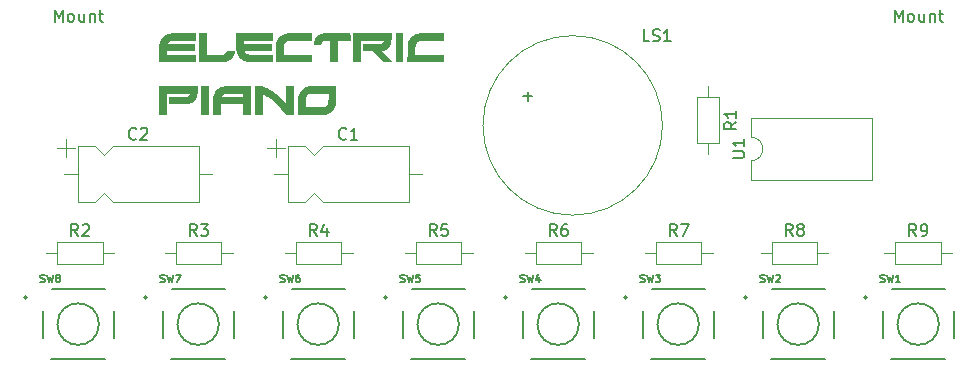
<source format=gbr>
%TF.GenerationSoftware,KiCad,Pcbnew,(6.0.7)*%
%TF.CreationDate,2022-08-03T09:20:52-07:00*%
%TF.ProjectId,PianoKeychain,5069616e-6f4b-4657-9963-6861696e2e6b,rev?*%
%TF.SameCoordinates,Original*%
%TF.FileFunction,Legend,Top*%
%TF.FilePolarity,Positive*%
%FSLAX46Y46*%
G04 Gerber Fmt 4.6, Leading zero omitted, Abs format (unit mm)*
G04 Created by KiCad (PCBNEW (6.0.7)) date 2022-08-03 09:20:52*
%MOMM*%
%LPD*%
G01*
G04 APERTURE LIST*
%ADD10C,0.080000*%
%ADD11C,0.150000*%
%ADD12C,0.127000*%
%ADD13C,0.200000*%
%ADD14C,0.120000*%
G04 APERTURE END LIST*
D10*
G36*
X124516613Y-119548888D02*
G01*
X124579016Y-119550585D01*
X124632517Y-119553800D01*
X124656650Y-119556077D01*
X124679424Y-119558851D01*
X124701127Y-119562164D01*
X124722047Y-119566055D01*
X124742473Y-119570563D01*
X124762694Y-119575728D01*
X124782998Y-119581590D01*
X124803673Y-119588188D01*
X124847295Y-119603752D01*
X124949635Y-119644515D01*
X125053130Y-119690138D01*
X125157656Y-119740535D01*
X125263085Y-119795616D01*
X125369293Y-119855296D01*
X125476153Y-119919485D01*
X125583539Y-119988097D01*
X125691325Y-120061044D01*
X125799386Y-120138238D01*
X125907595Y-120219593D01*
X126015826Y-120305019D01*
X126123954Y-120394429D01*
X126231852Y-120487737D01*
X126339395Y-120584854D01*
X126446456Y-120685693D01*
X126552910Y-120790166D01*
X126845879Y-121083549D01*
X126837877Y-120315971D01*
X126829876Y-119548393D01*
X127396251Y-119548393D01*
X127396251Y-121915581D01*
X126789757Y-121915581D01*
X126629760Y-121707146D01*
X126517962Y-121564645D01*
X126406256Y-121428543D01*
X126294668Y-121298863D01*
X126183225Y-121175625D01*
X126071951Y-121058853D01*
X125960874Y-120948569D01*
X125850019Y-120844794D01*
X125739412Y-120747551D01*
X125629079Y-120656862D01*
X125519047Y-120572749D01*
X125409341Y-120495235D01*
X125299987Y-120424341D01*
X125191012Y-120360089D01*
X125082442Y-120302503D01*
X124974302Y-120251604D01*
X124866619Y-120207414D01*
X124747826Y-120162297D01*
X124747826Y-121915605D01*
X124185320Y-121915605D01*
X124185717Y-120731987D01*
X124185717Y-119548393D01*
X124442998Y-119548393D01*
X124516613Y-119548888D01*
G37*
X124516613Y-119548888D02*
X124579016Y-119550585D01*
X124632517Y-119553800D01*
X124656650Y-119556077D01*
X124679424Y-119558851D01*
X124701127Y-119562164D01*
X124722047Y-119566055D01*
X124742473Y-119570563D01*
X124762694Y-119575728D01*
X124782998Y-119581590D01*
X124803673Y-119588188D01*
X124847295Y-119603752D01*
X124949635Y-119644515D01*
X125053130Y-119690138D01*
X125157656Y-119740535D01*
X125263085Y-119795616D01*
X125369293Y-119855296D01*
X125476153Y-119919485D01*
X125583539Y-119988097D01*
X125691325Y-120061044D01*
X125799386Y-120138238D01*
X125907595Y-120219593D01*
X126015826Y-120305019D01*
X126123954Y-120394429D01*
X126231852Y-120487737D01*
X126339395Y-120584854D01*
X126446456Y-120685693D01*
X126552910Y-120790166D01*
X126845879Y-121083549D01*
X126837877Y-120315971D01*
X126829876Y-119548393D01*
X127396251Y-119548393D01*
X127396251Y-121915581D01*
X126789757Y-121915581D01*
X126629760Y-121707146D01*
X126517962Y-121564645D01*
X126406256Y-121428543D01*
X126294668Y-121298863D01*
X126183225Y-121175625D01*
X126071951Y-121058853D01*
X125960874Y-120948569D01*
X125850019Y-120844794D01*
X125739412Y-120747551D01*
X125629079Y-120656862D01*
X125519047Y-120572749D01*
X125409341Y-120495235D01*
X125299987Y-120424341D01*
X125191012Y-120360089D01*
X125082442Y-120302503D01*
X124974302Y-120251604D01*
X124866619Y-120207414D01*
X124747826Y-120162297D01*
X124747826Y-121915605D01*
X124185320Y-121915605D01*
X124185717Y-120731987D01*
X124185717Y-119548393D01*
X124442998Y-119548393D01*
X124516613Y-119548888D01*
G36*
X125615410Y-115634343D02*
G01*
X123177916Y-115634343D01*
X123177916Y-116009343D01*
X125568541Y-116009343D01*
X125568541Y-116524968D01*
X124396660Y-116524968D01*
X123742061Y-116525859D01*
X123534733Y-116527638D01*
X123391617Y-116530897D01*
X123300890Y-116536080D01*
X123250726Y-116543631D01*
X123237160Y-116548432D01*
X123229300Y-116553992D01*
X123225668Y-116560365D01*
X123224785Y-116567607D01*
X123225229Y-116574205D01*
X123226535Y-116581316D01*
X123228668Y-116588900D01*
X123231592Y-116596921D01*
X123235271Y-116605340D01*
X123239668Y-116614119D01*
X123250473Y-116632605D01*
X123263719Y-116652076D01*
X123279117Y-116672228D01*
X123296378Y-116692757D01*
X123315214Y-116713359D01*
X123335335Y-116733731D01*
X123356453Y-116753568D01*
X123378279Y-116772567D01*
X123400524Y-116790423D01*
X123422899Y-116806834D01*
X123445116Y-116821495D01*
X123466886Y-116834103D01*
X123477513Y-116839541D01*
X123487920Y-116844353D01*
X123505340Y-116851430D01*
X123524043Y-116857731D01*
X123545245Y-116863309D01*
X123570163Y-116868222D01*
X123600012Y-116872523D01*
X123636009Y-116876269D01*
X123679371Y-116879514D01*
X123731314Y-116882313D01*
X123793054Y-116884723D01*
X123865808Y-116886798D01*
X123950792Y-116888594D01*
X124049223Y-116890166D01*
X124291289Y-116892858D01*
X124601739Y-116895317D01*
X125615410Y-116902519D01*
X125615410Y-117462285D01*
X124636901Y-117459880D01*
X124248202Y-117457294D01*
X123913212Y-117452399D01*
X123667683Y-117445884D01*
X123589637Y-117442237D01*
X123547362Y-117438444D01*
X123547362Y-117438261D01*
X123471090Y-117423193D01*
X123397251Y-117404119D01*
X123325969Y-117381136D01*
X123257364Y-117354337D01*
X123191557Y-117323818D01*
X123128672Y-117289673D01*
X123068828Y-117251996D01*
X123012148Y-117210882D01*
X122958753Y-117166427D01*
X122908766Y-117118724D01*
X122862307Y-117067868D01*
X122819497Y-117013954D01*
X122780460Y-116957076D01*
X122745316Y-116897330D01*
X122714187Y-116834809D01*
X122687194Y-116769609D01*
X122674260Y-116732551D01*
X122662431Y-116693251D01*
X122651671Y-116651274D01*
X122641942Y-116606185D01*
X122633206Y-116557550D01*
X122625426Y-116504934D01*
X122618565Y-116447903D01*
X122612584Y-116386023D01*
X122607448Y-116318858D01*
X122603118Y-116245975D01*
X122599556Y-116166938D01*
X122596727Y-116081314D01*
X122593111Y-115888564D01*
X122591973Y-115664250D01*
X122591973Y-115071843D01*
X125615410Y-115071843D01*
X125615410Y-115634343D01*
G37*
X125615410Y-115634343D02*
X123177916Y-115634343D01*
X123177916Y-116009343D01*
X125568541Y-116009343D01*
X125568541Y-116524968D01*
X124396660Y-116524968D01*
X123742061Y-116525859D01*
X123534733Y-116527638D01*
X123391617Y-116530897D01*
X123300890Y-116536080D01*
X123250726Y-116543631D01*
X123237160Y-116548432D01*
X123229300Y-116553992D01*
X123225668Y-116560365D01*
X123224785Y-116567607D01*
X123225229Y-116574205D01*
X123226535Y-116581316D01*
X123228668Y-116588900D01*
X123231592Y-116596921D01*
X123235271Y-116605340D01*
X123239668Y-116614119D01*
X123250473Y-116632605D01*
X123263719Y-116652076D01*
X123279117Y-116672228D01*
X123296378Y-116692757D01*
X123315214Y-116713359D01*
X123335335Y-116733731D01*
X123356453Y-116753568D01*
X123378279Y-116772567D01*
X123400524Y-116790423D01*
X123422899Y-116806834D01*
X123445116Y-116821495D01*
X123466886Y-116834103D01*
X123477513Y-116839541D01*
X123487920Y-116844353D01*
X123505340Y-116851430D01*
X123524043Y-116857731D01*
X123545245Y-116863309D01*
X123570163Y-116868222D01*
X123600012Y-116872523D01*
X123636009Y-116876269D01*
X123679371Y-116879514D01*
X123731314Y-116882313D01*
X123793054Y-116884723D01*
X123865808Y-116886798D01*
X123950792Y-116888594D01*
X124049223Y-116890166D01*
X124291289Y-116892858D01*
X124601739Y-116895317D01*
X125615410Y-116902519D01*
X125615410Y-117462285D01*
X124636901Y-117459880D01*
X124248202Y-117457294D01*
X123913212Y-117452399D01*
X123667683Y-117445884D01*
X123589637Y-117442237D01*
X123547362Y-117438444D01*
X123547362Y-117438261D01*
X123471090Y-117423193D01*
X123397251Y-117404119D01*
X123325969Y-117381136D01*
X123257364Y-117354337D01*
X123191557Y-117323818D01*
X123128672Y-117289673D01*
X123068828Y-117251996D01*
X123012148Y-117210882D01*
X122958753Y-117166427D01*
X122908766Y-117118724D01*
X122862307Y-117067868D01*
X122819497Y-117013954D01*
X122780460Y-116957076D01*
X122745316Y-116897330D01*
X122714187Y-116834809D01*
X122687194Y-116769609D01*
X122674260Y-116732551D01*
X122662431Y-116693251D01*
X122651671Y-116651274D01*
X122641942Y-116606185D01*
X122633206Y-116557550D01*
X122625426Y-116504934D01*
X122618565Y-116447903D01*
X122612584Y-116386023D01*
X122607448Y-116318858D01*
X122603118Y-116245975D01*
X122599556Y-116166938D01*
X122596727Y-116081314D01*
X122593111Y-115888564D01*
X122591973Y-115664250D01*
X122591973Y-115071843D01*
X125615410Y-115071843D01*
X125615410Y-115634343D01*
G36*
X120201342Y-121915581D02*
G01*
X119615404Y-121915581D01*
X119615404Y-119548393D01*
X120201342Y-119548393D01*
X120201342Y-121915581D01*
G37*
X120201342Y-121915581D02*
X119615404Y-121915581D01*
X119615404Y-119548393D01*
X120201342Y-119548393D01*
X120201342Y-121915581D01*
G36*
X136677904Y-117462468D02*
G01*
X136091967Y-117462468D01*
X136091967Y-115071843D01*
X136677904Y-115071843D01*
X136677904Y-117462468D01*
G37*
X136677904Y-117462468D02*
X136091967Y-117462468D01*
X136091967Y-115071843D01*
X136677904Y-115071843D01*
X136677904Y-117462468D01*
G36*
X119263842Y-119837053D02*
G01*
X119262968Y-119924481D01*
X119260292Y-120006587D01*
X119255733Y-120083636D01*
X119249210Y-120155897D01*
X119240643Y-120223636D01*
X119229949Y-120287120D01*
X119217050Y-120346617D01*
X119201862Y-120402394D01*
X119184306Y-120454718D01*
X119164301Y-120503856D01*
X119141765Y-120550075D01*
X119116618Y-120593643D01*
X119088779Y-120634827D01*
X119058167Y-120673894D01*
X119024700Y-120711111D01*
X118988299Y-120746745D01*
X118944301Y-120785558D01*
X118922385Y-120803428D01*
X118900334Y-120820308D01*
X118878008Y-120836226D01*
X118855263Y-120851210D01*
X118831958Y-120865286D01*
X118807952Y-120878480D01*
X118783102Y-120890821D01*
X118757267Y-120902335D01*
X118730304Y-120913049D01*
X118702073Y-120922991D01*
X118672431Y-120932186D01*
X118641236Y-120940663D01*
X118608346Y-120948448D01*
X118573620Y-120955568D01*
X118536916Y-120962050D01*
X118498092Y-120967921D01*
X118413516Y-120977940D01*
X118318757Y-120985840D01*
X118212682Y-120991836D01*
X118094154Y-120996146D01*
X117962040Y-120998985D01*
X117815205Y-121000570D01*
X117652514Y-121001115D01*
X116943529Y-121001555D01*
X116943529Y-120462492D01*
X117684130Y-120462492D01*
X117955591Y-120462042D01*
X118162772Y-120459639D01*
X118315809Y-120453706D01*
X118375191Y-120448923D01*
X118424840Y-120442666D01*
X118466020Y-120434739D01*
X118500001Y-120424943D01*
X118528049Y-120413082D01*
X118551431Y-120398959D01*
X118571414Y-120382376D01*
X118589266Y-120363136D01*
X118623644Y-120315898D01*
X118628942Y-120307813D01*
X118634252Y-120299300D01*
X118644772Y-120281274D01*
X118654928Y-120262396D01*
X118664446Y-120243242D01*
X118673051Y-120224387D01*
X118680467Y-120206409D01*
X118683644Y-120197928D01*
X118686421Y-120189882D01*
X118688763Y-120182343D01*
X118690636Y-120175383D01*
X118706426Y-120110905D01*
X116685723Y-120110905D01*
X116685723Y-121915593D01*
X116099779Y-121915593D01*
X116099779Y-119548393D01*
X119263842Y-119548393D01*
X119263842Y-119837053D01*
G37*
X119263842Y-119837053D02*
X119262968Y-119924481D01*
X119260292Y-120006587D01*
X119255733Y-120083636D01*
X119249210Y-120155897D01*
X119240643Y-120223636D01*
X119229949Y-120287120D01*
X119217050Y-120346617D01*
X119201862Y-120402394D01*
X119184306Y-120454718D01*
X119164301Y-120503856D01*
X119141765Y-120550075D01*
X119116618Y-120593643D01*
X119088779Y-120634827D01*
X119058167Y-120673894D01*
X119024700Y-120711111D01*
X118988299Y-120746745D01*
X118944301Y-120785558D01*
X118922385Y-120803428D01*
X118900334Y-120820308D01*
X118878008Y-120836226D01*
X118855263Y-120851210D01*
X118831958Y-120865286D01*
X118807952Y-120878480D01*
X118783102Y-120890821D01*
X118757267Y-120902335D01*
X118730304Y-120913049D01*
X118702073Y-120922991D01*
X118672431Y-120932186D01*
X118641236Y-120940663D01*
X118608346Y-120948448D01*
X118573620Y-120955568D01*
X118536916Y-120962050D01*
X118498092Y-120967921D01*
X118413516Y-120977940D01*
X118318757Y-120985840D01*
X118212682Y-120991836D01*
X118094154Y-120996146D01*
X117962040Y-120998985D01*
X117815205Y-121000570D01*
X117652514Y-121001115D01*
X116943529Y-121001555D01*
X116943529Y-120462492D01*
X117684130Y-120462492D01*
X117955591Y-120462042D01*
X118162772Y-120459639D01*
X118315809Y-120453706D01*
X118375191Y-120448923D01*
X118424840Y-120442666D01*
X118466020Y-120434739D01*
X118500001Y-120424943D01*
X118528049Y-120413082D01*
X118551431Y-120398959D01*
X118571414Y-120382376D01*
X118589266Y-120363136D01*
X118623644Y-120315898D01*
X118628942Y-120307813D01*
X118634252Y-120299300D01*
X118644772Y-120281274D01*
X118654928Y-120262396D01*
X118664446Y-120243242D01*
X118673051Y-120224387D01*
X118680467Y-120206409D01*
X118683644Y-120197928D01*
X118686421Y-120189882D01*
X118688763Y-120182343D01*
X118690636Y-120175383D01*
X118706426Y-120110905D01*
X116685723Y-120110905D01*
X116685723Y-121915593D01*
X116099779Y-121915593D01*
X116099779Y-119548393D01*
X119263842Y-119548393D01*
X119263842Y-119837053D01*
G36*
X128920092Y-115634392D02*
G01*
X127975121Y-115634392D01*
X127631581Y-115635001D01*
X127365012Y-115637664D01*
X127163541Y-115643632D01*
X127015292Y-115654155D01*
X126957416Y-115661516D01*
X126908393Y-115670485D01*
X126866738Y-115681218D01*
X126830968Y-115693872D01*
X126799598Y-115708604D01*
X126771144Y-115725569D01*
X126717046Y-115766826D01*
X126709399Y-115773536D01*
X126701440Y-115781042D01*
X126693232Y-115789263D01*
X126684839Y-115798119D01*
X126676325Y-115807529D01*
X126667753Y-115817411D01*
X126659188Y-115827685D01*
X126650693Y-115838270D01*
X126642331Y-115849086D01*
X126634167Y-115860051D01*
X126626263Y-115871085D01*
X126618685Y-115882107D01*
X126611495Y-115893035D01*
X126604758Y-115903790D01*
X126598536Y-115914290D01*
X126592895Y-115924455D01*
X126584552Y-115940577D01*
X126577124Y-115956342D01*
X126570545Y-115972323D01*
X126564753Y-115989094D01*
X126562133Y-115997954D01*
X126559685Y-116007228D01*
X126557402Y-116016985D01*
X126555276Y-116027297D01*
X126551464Y-116049876D01*
X126548185Y-116075537D01*
X126545375Y-116104853D01*
X126542972Y-116138398D01*
X126540911Y-116176745D01*
X126539130Y-116220466D01*
X126537565Y-116270136D01*
X126536153Y-116326326D01*
X126533532Y-116460563D01*
X126525530Y-116900017D01*
X128919805Y-116900017D01*
X128919805Y-117462517D01*
X125939269Y-117462517D01*
X125949737Y-116718327D01*
X125956406Y-116356477D01*
X125960489Y-116219553D01*
X125965288Y-116108032D01*
X125970969Y-116018965D01*
X125977695Y-115949403D01*
X125985630Y-115896397D01*
X125994939Y-115856999D01*
X126016662Y-115790593D01*
X126041260Y-115727065D01*
X126068738Y-115666412D01*
X126099101Y-115608628D01*
X126132353Y-115553710D01*
X126168498Y-115501654D01*
X126207540Y-115452453D01*
X126249484Y-115406105D01*
X126294334Y-115362604D01*
X126342094Y-115321946D01*
X126392769Y-115284128D01*
X126446363Y-115249143D01*
X126502880Y-115216988D01*
X126562325Y-115187658D01*
X126624701Y-115161148D01*
X126690014Y-115137456D01*
X126717151Y-115128626D01*
X126743401Y-115120836D01*
X126770310Y-115114008D01*
X126799422Y-115108062D01*
X126832283Y-115102921D01*
X126870437Y-115098507D01*
X126915428Y-115094742D01*
X126968803Y-115091546D01*
X127032106Y-115088844D01*
X127106882Y-115086555D01*
X127194675Y-115084602D01*
X127297031Y-115082907D01*
X127551612Y-115079977D01*
X127882982Y-115077141D01*
X128920092Y-115068815D01*
X128920092Y-115634392D01*
G37*
X128920092Y-115634392D02*
X127975121Y-115634392D01*
X127631581Y-115635001D01*
X127365012Y-115637664D01*
X127163541Y-115643632D01*
X127015292Y-115654155D01*
X126957416Y-115661516D01*
X126908393Y-115670485D01*
X126866738Y-115681218D01*
X126830968Y-115693872D01*
X126799598Y-115708604D01*
X126771144Y-115725569D01*
X126717046Y-115766826D01*
X126709399Y-115773536D01*
X126701440Y-115781042D01*
X126693232Y-115789263D01*
X126684839Y-115798119D01*
X126676325Y-115807529D01*
X126667753Y-115817411D01*
X126659188Y-115827685D01*
X126650693Y-115838270D01*
X126642331Y-115849086D01*
X126634167Y-115860051D01*
X126626263Y-115871085D01*
X126618685Y-115882107D01*
X126611495Y-115893035D01*
X126604758Y-115903790D01*
X126598536Y-115914290D01*
X126592895Y-115924455D01*
X126584552Y-115940577D01*
X126577124Y-115956342D01*
X126570545Y-115972323D01*
X126564753Y-115989094D01*
X126562133Y-115997954D01*
X126559685Y-116007228D01*
X126557402Y-116016985D01*
X126555276Y-116027297D01*
X126551464Y-116049876D01*
X126548185Y-116075537D01*
X126545375Y-116104853D01*
X126542972Y-116138398D01*
X126540911Y-116176745D01*
X126539130Y-116220466D01*
X126537565Y-116270136D01*
X126536153Y-116326326D01*
X126533532Y-116460563D01*
X126525530Y-116900017D01*
X128919805Y-116900017D01*
X128919805Y-117462517D01*
X125939269Y-117462517D01*
X125949737Y-116718327D01*
X125956406Y-116356477D01*
X125960489Y-116219553D01*
X125965288Y-116108032D01*
X125970969Y-116018965D01*
X125977695Y-115949403D01*
X125985630Y-115896397D01*
X125994939Y-115856999D01*
X126016662Y-115790593D01*
X126041260Y-115727065D01*
X126068738Y-115666412D01*
X126099101Y-115608628D01*
X126132353Y-115553710D01*
X126168498Y-115501654D01*
X126207540Y-115452453D01*
X126249484Y-115406105D01*
X126294334Y-115362604D01*
X126342094Y-115321946D01*
X126392769Y-115284128D01*
X126446363Y-115249143D01*
X126502880Y-115216988D01*
X126562325Y-115187658D01*
X126624701Y-115161148D01*
X126690014Y-115137456D01*
X126717151Y-115128626D01*
X126743401Y-115120836D01*
X126770310Y-115114008D01*
X126799422Y-115108062D01*
X126832283Y-115102921D01*
X126870437Y-115098507D01*
X126915428Y-115094742D01*
X126968803Y-115091546D01*
X127032106Y-115088844D01*
X127106882Y-115086555D01*
X127194675Y-115084602D01*
X127297031Y-115082907D01*
X127551612Y-115079977D01*
X127882982Y-115077141D01*
X128920092Y-115068815D01*
X128920092Y-115634392D01*
G36*
X116081454Y-116340713D02*
G01*
X116088320Y-116177581D01*
X116099299Y-116045108D01*
X116106590Y-115988049D01*
X116115218Y-115935873D01*
X116125287Y-115887650D01*
X116136901Y-115842454D01*
X116150163Y-115799357D01*
X116165175Y-115757431D01*
X116200866Y-115673381D01*
X116217968Y-115638518D01*
X116236837Y-115604224D01*
X116257403Y-115570572D01*
X116279592Y-115537634D01*
X116303335Y-115505482D01*
X116328559Y-115474188D01*
X116355193Y-115443823D01*
X116383165Y-115414461D01*
X116412405Y-115386171D01*
X116442839Y-115359028D01*
X116474398Y-115333102D01*
X116507008Y-115308467D01*
X116540600Y-115285192D01*
X116575101Y-115263352D01*
X116610439Y-115243017D01*
X116646544Y-115224260D01*
X116698684Y-115199134D01*
X116747953Y-115176938D01*
X116796110Y-115157489D01*
X116844914Y-115140608D01*
X116870108Y-115133074D01*
X116896124Y-115126113D01*
X116923181Y-115119703D01*
X116951499Y-115113821D01*
X117012797Y-115103553D01*
X117081778Y-115095126D01*
X117160201Y-115088360D01*
X117249824Y-115083073D01*
X117352406Y-115079083D01*
X117469707Y-115076210D01*
X117603485Y-115074273D01*
X117755499Y-115073089D01*
X118121270Y-115072258D01*
X119099785Y-115071806D01*
X119099785Y-115634306D01*
X118119134Y-115634306D01*
X117502172Y-115637024D01*
X117299714Y-115642129D01*
X117151381Y-115651250D01*
X117093631Y-115657672D01*
X117044755Y-115665525D01*
X117003203Y-115674951D01*
X116967420Y-115686093D01*
X116935856Y-115699093D01*
X116906958Y-115714093D01*
X116850951Y-115750664D01*
X116839180Y-115759980D01*
X116826577Y-115771629D01*
X116813360Y-115785284D01*
X116799751Y-115800619D01*
X116785968Y-115817306D01*
X116772231Y-115835019D01*
X116758760Y-115853431D01*
X116745774Y-115872215D01*
X116733493Y-115891044D01*
X116722137Y-115909592D01*
X116711926Y-115927531D01*
X116703079Y-115944535D01*
X116695815Y-115960276D01*
X116690355Y-115974429D01*
X116686917Y-115986666D01*
X116686026Y-115991963D01*
X116685723Y-115996660D01*
X116691803Y-115997988D01*
X116709641Y-115999270D01*
X116778191Y-116001672D01*
X117029961Y-116005678D01*
X117402581Y-116008333D01*
X117857598Y-116009294D01*
X119029473Y-116009294D01*
X119029473Y-116524919D01*
X116662285Y-116524919D01*
X116662285Y-116899919D01*
X119099785Y-116899919D01*
X119099785Y-117462419D01*
X116076348Y-117462419D01*
X116076757Y-116788640D01*
X116077875Y-116541925D01*
X116081454Y-116340713D01*
G37*
X116081454Y-116340713D02*
X116088320Y-116177581D01*
X116099299Y-116045108D01*
X116106590Y-115988049D01*
X116115218Y-115935873D01*
X116125287Y-115887650D01*
X116136901Y-115842454D01*
X116150163Y-115799357D01*
X116165175Y-115757431D01*
X116200866Y-115673381D01*
X116217968Y-115638518D01*
X116236837Y-115604224D01*
X116257403Y-115570572D01*
X116279592Y-115537634D01*
X116303335Y-115505482D01*
X116328559Y-115474188D01*
X116355193Y-115443823D01*
X116383165Y-115414461D01*
X116412405Y-115386171D01*
X116442839Y-115359028D01*
X116474398Y-115333102D01*
X116507008Y-115308467D01*
X116540600Y-115285192D01*
X116575101Y-115263352D01*
X116610439Y-115243017D01*
X116646544Y-115224260D01*
X116698684Y-115199134D01*
X116747953Y-115176938D01*
X116796110Y-115157489D01*
X116844914Y-115140608D01*
X116870108Y-115133074D01*
X116896124Y-115126113D01*
X116923181Y-115119703D01*
X116951499Y-115113821D01*
X117012797Y-115103553D01*
X117081778Y-115095126D01*
X117160201Y-115088360D01*
X117249824Y-115083073D01*
X117352406Y-115079083D01*
X117469707Y-115076210D01*
X117603485Y-115074273D01*
X117755499Y-115073089D01*
X118121270Y-115072258D01*
X119099785Y-115071806D01*
X119099785Y-115634306D01*
X118119134Y-115634306D01*
X117502172Y-115637024D01*
X117299714Y-115642129D01*
X117151381Y-115651250D01*
X117093631Y-115657672D01*
X117044755Y-115665525D01*
X117003203Y-115674951D01*
X116967420Y-115686093D01*
X116935856Y-115699093D01*
X116906958Y-115714093D01*
X116850951Y-115750664D01*
X116839180Y-115759980D01*
X116826577Y-115771629D01*
X116813360Y-115785284D01*
X116799751Y-115800619D01*
X116785968Y-115817306D01*
X116772231Y-115835019D01*
X116758760Y-115853431D01*
X116745774Y-115872215D01*
X116733493Y-115891044D01*
X116722137Y-115909592D01*
X116711926Y-115927531D01*
X116703079Y-115944535D01*
X116695815Y-115960276D01*
X116690355Y-115974429D01*
X116686917Y-115986666D01*
X116686026Y-115991963D01*
X116685723Y-115996660D01*
X116691803Y-115997988D01*
X116709641Y-115999270D01*
X116778191Y-116001672D01*
X117029961Y-116005678D01*
X117402581Y-116008333D01*
X117857598Y-116009294D01*
X119029473Y-116009294D01*
X119029473Y-116524919D01*
X116662285Y-116524919D01*
X116662285Y-116899919D01*
X119099785Y-116899919D01*
X119099785Y-117462419D01*
X116076348Y-117462419D01*
X116076757Y-116788640D01*
X116077875Y-116541925D01*
X116081454Y-116340713D01*
G36*
X140076336Y-115634367D02*
G01*
X139131365Y-115634367D01*
X138787825Y-115634977D01*
X138521256Y-115637640D01*
X138319784Y-115643607D01*
X138171536Y-115654130D01*
X138113660Y-115661491D01*
X138064637Y-115670460D01*
X138022982Y-115681194D01*
X137987212Y-115693848D01*
X137955842Y-115708579D01*
X137927388Y-115725545D01*
X137873290Y-115766801D01*
X137865643Y-115773511D01*
X137857684Y-115781018D01*
X137849476Y-115789239D01*
X137841083Y-115798095D01*
X137832569Y-115807504D01*
X137823997Y-115817386D01*
X137815432Y-115827661D01*
X137806936Y-115838246D01*
X137798575Y-115849062D01*
X137790410Y-115860027D01*
X137782507Y-115871061D01*
X137774929Y-115882082D01*
X137767739Y-115893011D01*
X137761002Y-115903766D01*
X137754780Y-115914266D01*
X137749138Y-115924431D01*
X137740796Y-115940552D01*
X137733368Y-115956317D01*
X137726789Y-115972298D01*
X137720997Y-115989069D01*
X137718377Y-115997930D01*
X137715929Y-116007203D01*
X137713646Y-116016960D01*
X137711520Y-116027273D01*
X137707708Y-116049852D01*
X137704429Y-116075513D01*
X137701619Y-116104829D01*
X137699216Y-116138374D01*
X137697155Y-116176720D01*
X137695374Y-116220442D01*
X137693809Y-116270111D01*
X137692396Y-116326302D01*
X137689776Y-116460539D01*
X137681774Y-116899992D01*
X140076049Y-116899992D01*
X140076049Y-117462492D01*
X137095519Y-117462492D01*
X137105980Y-116718327D01*
X137110236Y-116449584D01*
X137115721Y-116239309D01*
X137123846Y-116076916D01*
X137129338Y-116010368D01*
X137136020Y-115951822D01*
X137144066Y-115899953D01*
X137153653Y-115853439D01*
X137164957Y-115810957D01*
X137178155Y-115771184D01*
X137193422Y-115732796D01*
X137210935Y-115694470D01*
X137253405Y-115612712D01*
X137277340Y-115571148D01*
X137303045Y-115531164D01*
X137330521Y-115492758D01*
X137359770Y-115455929D01*
X137390794Y-115420676D01*
X137423595Y-115386995D01*
X137458175Y-115354887D01*
X137494536Y-115324350D01*
X137532680Y-115295381D01*
X137572609Y-115267980D01*
X137614325Y-115242144D01*
X137657830Y-115217872D01*
X137703126Y-115195163D01*
X137750215Y-115174014D01*
X137799099Y-115154425D01*
X137849779Y-115136394D01*
X137876232Y-115127798D01*
X137902035Y-115120205D01*
X137928696Y-115113538D01*
X137957724Y-115107723D01*
X137990624Y-115102685D01*
X138028904Y-115098350D01*
X138074072Y-115094641D01*
X138127634Y-115091484D01*
X138191099Y-115088804D01*
X138265973Y-115086527D01*
X138353764Y-115084577D01*
X138455979Y-115082880D01*
X138709711Y-115079943D01*
X139039226Y-115077116D01*
X140076336Y-115068791D01*
X140076336Y-115634367D01*
G37*
X140076336Y-115634367D02*
X139131365Y-115634367D01*
X138787825Y-115634977D01*
X138521256Y-115637640D01*
X138319784Y-115643607D01*
X138171536Y-115654130D01*
X138113660Y-115661491D01*
X138064637Y-115670460D01*
X138022982Y-115681194D01*
X137987212Y-115693848D01*
X137955842Y-115708579D01*
X137927388Y-115725545D01*
X137873290Y-115766801D01*
X137865643Y-115773511D01*
X137857684Y-115781018D01*
X137849476Y-115789239D01*
X137841083Y-115798095D01*
X137832569Y-115807504D01*
X137823997Y-115817386D01*
X137815432Y-115827661D01*
X137806936Y-115838246D01*
X137798575Y-115849062D01*
X137790410Y-115860027D01*
X137782507Y-115871061D01*
X137774929Y-115882082D01*
X137767739Y-115893011D01*
X137761002Y-115903766D01*
X137754780Y-115914266D01*
X137749138Y-115924431D01*
X137740796Y-115940552D01*
X137733368Y-115956317D01*
X137726789Y-115972298D01*
X137720997Y-115989069D01*
X137718377Y-115997930D01*
X137715929Y-116007203D01*
X137713646Y-116016960D01*
X137711520Y-116027273D01*
X137707708Y-116049852D01*
X137704429Y-116075513D01*
X137701619Y-116104829D01*
X137699216Y-116138374D01*
X137697155Y-116176720D01*
X137695374Y-116220442D01*
X137693809Y-116270111D01*
X137692396Y-116326302D01*
X137689776Y-116460539D01*
X137681774Y-116899992D01*
X140076049Y-116899992D01*
X140076049Y-117462492D01*
X137095519Y-117462492D01*
X137105980Y-116718327D01*
X137110236Y-116449584D01*
X137115721Y-116239309D01*
X137123846Y-116076916D01*
X137129338Y-116010368D01*
X137136020Y-115951822D01*
X137144066Y-115899953D01*
X137153653Y-115853439D01*
X137164957Y-115810957D01*
X137178155Y-115771184D01*
X137193422Y-115732796D01*
X137210935Y-115694470D01*
X137253405Y-115612712D01*
X137277340Y-115571148D01*
X137303045Y-115531164D01*
X137330521Y-115492758D01*
X137359770Y-115455929D01*
X137390794Y-115420676D01*
X137423595Y-115386995D01*
X137458175Y-115354887D01*
X137494536Y-115324350D01*
X137532680Y-115295381D01*
X137572609Y-115267980D01*
X137614325Y-115242144D01*
X137657830Y-115217872D01*
X137703126Y-115195163D01*
X137750215Y-115174014D01*
X137799099Y-115154425D01*
X137849779Y-115136394D01*
X137876232Y-115127798D01*
X137902035Y-115120205D01*
X137928696Y-115113538D01*
X137957724Y-115107723D01*
X137990624Y-115102685D01*
X138028904Y-115098350D01*
X138074072Y-115094641D01*
X138127634Y-115091484D01*
X138191099Y-115088804D01*
X138265973Y-115086527D01*
X138353764Y-115084577D01*
X138455979Y-115082880D01*
X138709711Y-115079943D01*
X139039226Y-115077116D01*
X140076336Y-115068791D01*
X140076336Y-115634367D01*
G36*
X135670092Y-115387089D02*
G01*
X135668800Y-115515520D01*
X135664554Y-115626006D01*
X135661150Y-115675499D01*
X135656801Y-115721680D01*
X135651436Y-115764941D01*
X135644986Y-115805673D01*
X135637383Y-115844268D01*
X135628557Y-115881117D01*
X135618439Y-115916611D01*
X135606960Y-115951143D01*
X135594050Y-115985103D01*
X135579640Y-116018883D01*
X135563661Y-116052874D01*
X135546044Y-116087468D01*
X135523448Y-116127489D01*
X135498875Y-116165565D01*
X135472306Y-116201708D01*
X135443723Y-116235929D01*
X135413111Y-116268241D01*
X135380450Y-116298655D01*
X135345724Y-116327184D01*
X135308916Y-116353837D01*
X135270008Y-116378629D01*
X135228982Y-116401569D01*
X135185822Y-116422671D01*
X135140509Y-116441945D01*
X135093027Y-116459404D01*
X135043358Y-116475059D01*
X134991484Y-116488922D01*
X134937389Y-116501005D01*
X134802349Y-116528361D01*
X135247912Y-116989531D01*
X135693474Y-117450712D01*
X135348668Y-117457109D01*
X135003863Y-117463505D01*
X134064214Y-116524687D01*
X133349791Y-116524687D01*
X133349791Y-116009062D01*
X134058776Y-116007463D01*
X134373785Y-116005112D01*
X134612607Y-115999353D01*
X134703233Y-115995234D01*
X134774557Y-115990309D01*
X134826492Y-115984594D01*
X134858953Y-115978105D01*
X134868927Y-115974832D01*
X134878909Y-115971040D01*
X134888883Y-115966749D01*
X134898831Y-115961977D01*
X134918585Y-115951068D01*
X134938033Y-115938464D01*
X134957041Y-115924317D01*
X134975473Y-115908780D01*
X134993192Y-115892003D01*
X135010064Y-115874139D01*
X135025953Y-115855340D01*
X135040723Y-115835757D01*
X135054239Y-115815542D01*
X135066364Y-115794848D01*
X135076963Y-115773825D01*
X135085900Y-115752626D01*
X135089703Y-115742008D01*
X135093040Y-115731403D01*
X135095894Y-115720830D01*
X135098247Y-115710307D01*
X135113445Y-115634233D01*
X133091961Y-115634233D01*
X133091961Y-117462358D01*
X132506023Y-117462358D01*
X132506029Y-116267155D01*
X132506029Y-115071843D01*
X135670092Y-115071843D01*
X135670092Y-115387089D01*
G37*
X135670092Y-115387089D02*
X135668800Y-115515520D01*
X135664554Y-115626006D01*
X135661150Y-115675499D01*
X135656801Y-115721680D01*
X135651436Y-115764941D01*
X135644986Y-115805673D01*
X135637383Y-115844268D01*
X135628557Y-115881117D01*
X135618439Y-115916611D01*
X135606960Y-115951143D01*
X135594050Y-115985103D01*
X135579640Y-116018883D01*
X135563661Y-116052874D01*
X135546044Y-116087468D01*
X135523448Y-116127489D01*
X135498875Y-116165565D01*
X135472306Y-116201708D01*
X135443723Y-116235929D01*
X135413111Y-116268241D01*
X135380450Y-116298655D01*
X135345724Y-116327184D01*
X135308916Y-116353837D01*
X135270008Y-116378629D01*
X135228982Y-116401569D01*
X135185822Y-116422671D01*
X135140509Y-116441945D01*
X135093027Y-116459404D01*
X135043358Y-116475059D01*
X134991484Y-116488922D01*
X134937389Y-116501005D01*
X134802349Y-116528361D01*
X135247912Y-116989531D01*
X135693474Y-117450712D01*
X135348668Y-117457109D01*
X135003863Y-117463505D01*
X134064214Y-116524687D01*
X133349791Y-116524687D01*
X133349791Y-116009062D01*
X134058776Y-116007463D01*
X134373785Y-116005112D01*
X134612607Y-115999353D01*
X134703233Y-115995234D01*
X134774557Y-115990309D01*
X134826492Y-115984594D01*
X134858953Y-115978105D01*
X134868927Y-115974832D01*
X134878909Y-115971040D01*
X134888883Y-115966749D01*
X134898831Y-115961977D01*
X134918585Y-115951068D01*
X134938033Y-115938464D01*
X134957041Y-115924317D01*
X134975473Y-115908780D01*
X134993192Y-115892003D01*
X135010064Y-115874139D01*
X135025953Y-115855340D01*
X135040723Y-115835757D01*
X135054239Y-115815542D01*
X135066364Y-115794848D01*
X135076963Y-115773825D01*
X135085900Y-115752626D01*
X135089703Y-115742008D01*
X135093040Y-115731403D01*
X135095894Y-115720830D01*
X135098247Y-115710307D01*
X135113445Y-115634233D01*
X133091961Y-115634233D01*
X133091961Y-117462358D01*
X132506023Y-117462358D01*
X132506029Y-116267155D01*
X132506029Y-115071843D01*
X135670092Y-115071843D01*
X135670092Y-115387089D01*
G36*
X120025615Y-116888249D02*
G01*
X121455303Y-116888249D01*
X121590099Y-116822087D01*
X121608668Y-116812753D01*
X121626017Y-116803572D01*
X121642226Y-116794475D01*
X121657376Y-116785393D01*
X121671547Y-116776256D01*
X121684818Y-116766993D01*
X121697269Y-116757536D01*
X121708982Y-116747815D01*
X121720035Y-116737759D01*
X121730510Y-116727300D01*
X121740486Y-116716368D01*
X121750043Y-116704892D01*
X121759261Y-116692804D01*
X121768221Y-116680033D01*
X121777003Y-116666510D01*
X121785686Y-116652165D01*
X121846477Y-116548442D01*
X122447155Y-116548442D01*
X122415478Y-116668413D01*
X122399353Y-116723425D01*
X122380338Y-116777352D01*
X122358550Y-116830050D01*
X122334107Y-116881371D01*
X122307125Y-116931171D01*
X122277723Y-116979305D01*
X122246017Y-117025627D01*
X122212126Y-117069990D01*
X122176166Y-117112251D01*
X122138254Y-117152263D01*
X122098509Y-117189881D01*
X122057048Y-117224959D01*
X122013987Y-117257353D01*
X121969445Y-117286915D01*
X121923538Y-117313502D01*
X121876384Y-117336967D01*
X121832226Y-117356351D01*
X121788258Y-117373637D01*
X121743096Y-117388944D01*
X121695358Y-117402391D01*
X121643661Y-117414096D01*
X121586623Y-117424177D01*
X121522859Y-117432752D01*
X121450987Y-117439940D01*
X121369624Y-117445858D01*
X121277388Y-117450626D01*
X121172894Y-117454361D01*
X121054761Y-117457182D01*
X120921605Y-117459206D01*
X120772043Y-117460553D01*
X120418169Y-117461687D01*
X119451372Y-117462492D01*
X119451348Y-116267155D01*
X119451348Y-115071843D01*
X120013299Y-115071843D01*
X120025615Y-116888249D01*
G37*
X120025615Y-116888249D02*
X121455303Y-116888249D01*
X121590099Y-116822087D01*
X121608668Y-116812753D01*
X121626017Y-116803572D01*
X121642226Y-116794475D01*
X121657376Y-116785393D01*
X121671547Y-116776256D01*
X121684818Y-116766993D01*
X121697269Y-116757536D01*
X121708982Y-116747815D01*
X121720035Y-116737759D01*
X121730510Y-116727300D01*
X121740486Y-116716368D01*
X121750043Y-116704892D01*
X121759261Y-116692804D01*
X121768221Y-116680033D01*
X121777003Y-116666510D01*
X121785686Y-116652165D01*
X121846477Y-116548442D01*
X122447155Y-116548442D01*
X122415478Y-116668413D01*
X122399353Y-116723425D01*
X122380338Y-116777352D01*
X122358550Y-116830050D01*
X122334107Y-116881371D01*
X122307125Y-116931171D01*
X122277723Y-116979305D01*
X122246017Y-117025627D01*
X122212126Y-117069990D01*
X122176166Y-117112251D01*
X122138254Y-117152263D01*
X122098509Y-117189881D01*
X122057048Y-117224959D01*
X122013987Y-117257353D01*
X121969445Y-117286915D01*
X121923538Y-117313502D01*
X121876384Y-117336967D01*
X121832226Y-117356351D01*
X121788258Y-117373637D01*
X121743096Y-117388944D01*
X121695358Y-117402391D01*
X121643661Y-117414096D01*
X121586623Y-117424177D01*
X121522859Y-117432752D01*
X121450987Y-117439940D01*
X121369624Y-117445858D01*
X121277388Y-117450626D01*
X121172894Y-117454361D01*
X121054761Y-117457182D01*
X120921605Y-117459206D01*
X120772043Y-117460553D01*
X120418169Y-117461687D01*
X119451372Y-117462492D01*
X119451348Y-116267155D01*
X119451348Y-115071843D01*
X120013299Y-115071843D01*
X120025615Y-116888249D01*
G36*
X127843834Y-120934141D02*
G01*
X127849107Y-120690982D01*
X127857290Y-120511386D01*
X127862318Y-120450276D01*
X127867888Y-120410881D01*
X127881911Y-120352162D01*
X127899224Y-120294326D01*
X127919689Y-120237562D01*
X127943164Y-120182059D01*
X127969509Y-120128006D01*
X127998584Y-120075593D01*
X128030249Y-120025008D01*
X128064362Y-119976440D01*
X128100784Y-119930079D01*
X128139375Y-119886114D01*
X128179993Y-119844733D01*
X128222500Y-119806126D01*
X128266753Y-119770483D01*
X128312613Y-119737991D01*
X128359940Y-119708840D01*
X128408593Y-119683220D01*
X128456294Y-119660630D01*
X128501321Y-119640724D01*
X128545587Y-119623333D01*
X128568033Y-119615527D01*
X128591005Y-119608286D01*
X128614744Y-119601589D01*
X128639487Y-119595414D01*
X128665475Y-119589741D01*
X128692947Y-119584547D01*
X128722140Y-119579812D01*
X128753296Y-119575515D01*
X128822447Y-119568147D01*
X128902313Y-119562274D01*
X128994807Y-119557727D01*
X129101842Y-119554334D01*
X129225329Y-119551926D01*
X129367182Y-119550334D01*
X129529314Y-119549386D01*
X129922063Y-119548747D01*
X131006048Y-119548393D01*
X131005608Y-120116752D01*
X131004270Y-120344880D01*
X131000422Y-120542132D01*
X130993807Y-120711547D01*
X130984171Y-120856164D01*
X130971259Y-120979022D01*
X130954817Y-121083160D01*
X130934589Y-121171616D01*
X130910320Y-121247429D01*
X130895390Y-121284508D01*
X130878405Y-121321583D01*
X130859494Y-121358498D01*
X130838786Y-121395093D01*
X130816410Y-121431213D01*
X130792494Y-121466698D01*
X130767169Y-121501392D01*
X130740561Y-121535136D01*
X130712802Y-121567774D01*
X130684018Y-121599148D01*
X130654340Y-121629100D01*
X130623896Y-121657473D01*
X130592815Y-121684109D01*
X130561226Y-121708850D01*
X130529258Y-121731539D01*
X130497039Y-121752019D01*
X130449583Y-121779953D01*
X130405119Y-121804514D01*
X130383365Y-121815597D01*
X130361588Y-121825919D01*
X130339529Y-121835505D01*
X130316932Y-121844384D01*
X130293540Y-121852582D01*
X130269096Y-121860127D01*
X130243342Y-121867045D01*
X130216021Y-121873363D01*
X130186876Y-121879109D01*
X130155650Y-121884310D01*
X130122086Y-121888993D01*
X130085927Y-121893185D01*
X130046914Y-121896913D01*
X130004792Y-121900204D01*
X129910190Y-121905584D01*
X129800064Y-121909542D01*
X129672354Y-121912294D01*
X129525006Y-121914057D01*
X129355960Y-121915048D01*
X128944549Y-121915581D01*
X127841948Y-121915581D01*
X127841963Y-121353105D01*
X128398345Y-121353105D01*
X129204155Y-121352934D01*
X129546757Y-121351149D01*
X129818270Y-121346136D01*
X130006703Y-121338242D01*
X130066018Y-121333322D01*
X130100066Y-121327812D01*
X130100042Y-121327812D01*
X130109639Y-121324877D01*
X130119775Y-121321266D01*
X130130363Y-121317030D01*
X130141315Y-121312219D01*
X130152545Y-121306886D01*
X130163967Y-121301081D01*
X130175493Y-121294855D01*
X130187037Y-121288260D01*
X130198511Y-121281346D01*
X130209830Y-121274166D01*
X130220906Y-121266769D01*
X130231653Y-121259208D01*
X130241983Y-121251532D01*
X130251811Y-121243795D01*
X130261048Y-121236046D01*
X130269610Y-121228337D01*
X130280421Y-121217823D01*
X130290741Y-121206979D01*
X130300580Y-121195756D01*
X130309948Y-121184108D01*
X130318853Y-121171987D01*
X130327306Y-121159345D01*
X130335316Y-121146135D01*
X130342894Y-121132310D01*
X130350048Y-121117822D01*
X130356789Y-121102624D01*
X130363126Y-121086669D01*
X130369069Y-121069909D01*
X130374628Y-121052296D01*
X130379812Y-121033784D01*
X130384631Y-121014325D01*
X130389094Y-120993872D01*
X130396994Y-120949792D01*
X130403589Y-120901166D01*
X130408957Y-120847615D01*
X130413174Y-120788758D01*
X130416320Y-120724219D01*
X130418470Y-120653616D01*
X130419704Y-120576571D01*
X130420098Y-120492705D01*
X130420098Y-120110905D01*
X129627471Y-120110905D01*
X129339961Y-120111703D01*
X129113001Y-120114739D01*
X128938160Y-120120975D01*
X128807009Y-120131373D01*
X128755182Y-120138435D01*
X128711117Y-120146898D01*
X128673759Y-120156884D01*
X128642054Y-120168511D01*
X128614949Y-120181902D01*
X128591390Y-120197176D01*
X128570323Y-120214453D01*
X128550695Y-120233855D01*
X128531310Y-120255463D01*
X128522358Y-120266292D01*
X128513879Y-120277231D01*
X128505859Y-120288350D01*
X128498284Y-120299720D01*
X128491139Y-120311411D01*
X128484409Y-120323494D01*
X128478080Y-120336038D01*
X128472137Y-120349114D01*
X128466566Y-120362792D01*
X128461351Y-120377143D01*
X128456479Y-120392236D01*
X128451935Y-120408143D01*
X128447704Y-120424933D01*
X128443771Y-120442677D01*
X128440123Y-120461445D01*
X128436743Y-120481307D01*
X128430735Y-120524596D01*
X128425628Y-120573106D01*
X128421308Y-120627399D01*
X128417656Y-120688037D01*
X128414556Y-120755584D01*
X128411891Y-120830601D01*
X128409545Y-120913652D01*
X128398345Y-121353105D01*
X127841963Y-121353105D01*
X127841967Y-121225334D01*
X127843834Y-120934141D01*
G37*
X127843834Y-120934141D02*
X127849107Y-120690982D01*
X127857290Y-120511386D01*
X127862318Y-120450276D01*
X127867888Y-120410881D01*
X127881911Y-120352162D01*
X127899224Y-120294326D01*
X127919689Y-120237562D01*
X127943164Y-120182059D01*
X127969509Y-120128006D01*
X127998584Y-120075593D01*
X128030249Y-120025008D01*
X128064362Y-119976440D01*
X128100784Y-119930079D01*
X128139375Y-119886114D01*
X128179993Y-119844733D01*
X128222500Y-119806126D01*
X128266753Y-119770483D01*
X128312613Y-119737991D01*
X128359940Y-119708840D01*
X128408593Y-119683220D01*
X128456294Y-119660630D01*
X128501321Y-119640724D01*
X128545587Y-119623333D01*
X128568033Y-119615527D01*
X128591005Y-119608286D01*
X128614744Y-119601589D01*
X128639487Y-119595414D01*
X128665475Y-119589741D01*
X128692947Y-119584547D01*
X128722140Y-119579812D01*
X128753296Y-119575515D01*
X128822447Y-119568147D01*
X128902313Y-119562274D01*
X128994807Y-119557727D01*
X129101842Y-119554334D01*
X129225329Y-119551926D01*
X129367182Y-119550334D01*
X129529314Y-119549386D01*
X129922063Y-119548747D01*
X131006048Y-119548393D01*
X131005608Y-120116752D01*
X131004270Y-120344880D01*
X131000422Y-120542132D01*
X130993807Y-120711547D01*
X130984171Y-120856164D01*
X130971259Y-120979022D01*
X130954817Y-121083160D01*
X130934589Y-121171616D01*
X130910320Y-121247429D01*
X130895390Y-121284508D01*
X130878405Y-121321583D01*
X130859494Y-121358498D01*
X130838786Y-121395093D01*
X130816410Y-121431213D01*
X130792494Y-121466698D01*
X130767169Y-121501392D01*
X130740561Y-121535136D01*
X130712802Y-121567774D01*
X130684018Y-121599148D01*
X130654340Y-121629100D01*
X130623896Y-121657473D01*
X130592815Y-121684109D01*
X130561226Y-121708850D01*
X130529258Y-121731539D01*
X130497039Y-121752019D01*
X130449583Y-121779953D01*
X130405119Y-121804514D01*
X130383365Y-121815597D01*
X130361588Y-121825919D01*
X130339529Y-121835505D01*
X130316932Y-121844384D01*
X130293540Y-121852582D01*
X130269096Y-121860127D01*
X130243342Y-121867045D01*
X130216021Y-121873363D01*
X130186876Y-121879109D01*
X130155650Y-121884310D01*
X130122086Y-121888993D01*
X130085927Y-121893185D01*
X130046914Y-121896913D01*
X130004792Y-121900204D01*
X129910190Y-121905584D01*
X129800064Y-121909542D01*
X129672354Y-121912294D01*
X129525006Y-121914057D01*
X129355960Y-121915048D01*
X128944549Y-121915581D01*
X127841948Y-121915581D01*
X127841963Y-121353105D01*
X128398345Y-121353105D01*
X129204155Y-121352934D01*
X129546757Y-121351149D01*
X129818270Y-121346136D01*
X130006703Y-121338242D01*
X130066018Y-121333322D01*
X130100066Y-121327812D01*
X130100042Y-121327812D01*
X130109639Y-121324877D01*
X130119775Y-121321266D01*
X130130363Y-121317030D01*
X130141315Y-121312219D01*
X130152545Y-121306886D01*
X130163967Y-121301081D01*
X130175493Y-121294855D01*
X130187037Y-121288260D01*
X130198511Y-121281346D01*
X130209830Y-121274166D01*
X130220906Y-121266769D01*
X130231653Y-121259208D01*
X130241983Y-121251532D01*
X130251811Y-121243795D01*
X130261048Y-121236046D01*
X130269610Y-121228337D01*
X130280421Y-121217823D01*
X130290741Y-121206979D01*
X130300580Y-121195756D01*
X130309948Y-121184108D01*
X130318853Y-121171987D01*
X130327306Y-121159345D01*
X130335316Y-121146135D01*
X130342894Y-121132310D01*
X130350048Y-121117822D01*
X130356789Y-121102624D01*
X130363126Y-121086669D01*
X130369069Y-121069909D01*
X130374628Y-121052296D01*
X130379812Y-121033784D01*
X130384631Y-121014325D01*
X130389094Y-120993872D01*
X130396994Y-120949792D01*
X130403589Y-120901166D01*
X130408957Y-120847615D01*
X130413174Y-120788758D01*
X130416320Y-120724219D01*
X130418470Y-120653616D01*
X130419704Y-120576571D01*
X130420098Y-120492705D01*
X130420098Y-120110905D01*
X129627471Y-120110905D01*
X129339961Y-120111703D01*
X129113001Y-120114739D01*
X128938160Y-120120975D01*
X128807009Y-120131373D01*
X128755182Y-120138435D01*
X128711117Y-120146898D01*
X128673759Y-120156884D01*
X128642054Y-120168511D01*
X128614949Y-120181902D01*
X128591390Y-120197176D01*
X128570323Y-120214453D01*
X128550695Y-120233855D01*
X128531310Y-120255463D01*
X128522358Y-120266292D01*
X128513879Y-120277231D01*
X128505859Y-120288350D01*
X128498284Y-120299720D01*
X128491139Y-120311411D01*
X128484409Y-120323494D01*
X128478080Y-120336038D01*
X128472137Y-120349114D01*
X128466566Y-120362792D01*
X128461351Y-120377143D01*
X128456479Y-120392236D01*
X128451935Y-120408143D01*
X128447704Y-120424933D01*
X128443771Y-120442677D01*
X128440123Y-120461445D01*
X128436743Y-120481307D01*
X128430735Y-120524596D01*
X128425628Y-120573106D01*
X128421308Y-120627399D01*
X128417656Y-120688037D01*
X128414556Y-120755584D01*
X128411891Y-120830601D01*
X128409545Y-120913652D01*
X128398345Y-121353105D01*
X127841963Y-121353105D01*
X127841967Y-121225334D01*
X127843834Y-120934141D01*
G36*
X131158355Y-115076884D02*
G01*
X132189605Y-115083281D01*
X132196007Y-115358671D01*
X132202410Y-115634062D01*
X131099364Y-115634062D01*
X131099364Y-117462187D01*
X130513427Y-117462187D01*
X130513848Y-116548405D01*
X130513848Y-115634343D01*
X130261895Y-115634868D01*
X130197288Y-115635660D01*
X130138215Y-115637867D01*
X130084385Y-115641631D01*
X130035510Y-115647096D01*
X129991298Y-115654404D01*
X129951459Y-115663697D01*
X129915704Y-115675120D01*
X129883741Y-115688814D01*
X129869091Y-115696557D01*
X129855281Y-115704922D01*
X129842273Y-115713926D01*
X129830033Y-115723588D01*
X129818523Y-115733924D01*
X129807707Y-115744953D01*
X129788013Y-115769162D01*
X129770661Y-115796356D01*
X129755361Y-115826679D01*
X129741822Y-115860274D01*
X129729754Y-115897282D01*
X129700152Y-115997636D01*
X129446886Y-116004033D01*
X129395629Y-116005093D01*
X129347073Y-116005310D01*
X129302333Y-116004738D01*
X129262525Y-116003435D01*
X129228765Y-116001456D01*
X129202167Y-115998859D01*
X129183849Y-115995699D01*
X129178143Y-115993926D01*
X129174926Y-115992033D01*
X129172499Y-115988584D01*
X129170623Y-115983702D01*
X129169279Y-115977462D01*
X129168450Y-115969940D01*
X129168263Y-115951348D01*
X129169920Y-115928528D01*
X129173278Y-115902083D01*
X129178193Y-115872612D01*
X129184523Y-115840718D01*
X129192124Y-115807002D01*
X129200854Y-115772066D01*
X129210569Y-115736511D01*
X129221127Y-115700940D01*
X129232384Y-115665952D01*
X129244198Y-115632151D01*
X129256425Y-115600136D01*
X129268923Y-115570511D01*
X129281548Y-115543876D01*
X129293410Y-115521390D01*
X129305949Y-115499404D01*
X129319159Y-115477924D01*
X129333032Y-115456954D01*
X129347562Y-115436499D01*
X129362742Y-115416563D01*
X129378565Y-115397151D01*
X129395024Y-115378268D01*
X129412113Y-115359917D01*
X129429824Y-115342103D01*
X129448150Y-115324831D01*
X129467085Y-115308106D01*
X129486622Y-115291931D01*
X129506754Y-115276312D01*
X129548776Y-115246757D01*
X129593095Y-115219479D01*
X129639657Y-115194512D01*
X129688406Y-115171893D01*
X129739287Y-115151658D01*
X129792247Y-115133843D01*
X129847229Y-115118484D01*
X129904179Y-115105618D01*
X129963042Y-115095280D01*
X130017398Y-115089871D01*
X130102599Y-115085297D01*
X130216801Y-115081586D01*
X130358163Y-115078763D01*
X130524842Y-115076854D01*
X130714995Y-115075888D01*
X131158355Y-115076884D01*
G37*
X131158355Y-115076884D02*
X132189605Y-115083281D01*
X132196007Y-115358671D01*
X132202410Y-115634062D01*
X131099364Y-115634062D01*
X131099364Y-117462187D01*
X130513427Y-117462187D01*
X130513848Y-116548405D01*
X130513848Y-115634343D01*
X130261895Y-115634868D01*
X130197288Y-115635660D01*
X130138215Y-115637867D01*
X130084385Y-115641631D01*
X130035510Y-115647096D01*
X129991298Y-115654404D01*
X129951459Y-115663697D01*
X129915704Y-115675120D01*
X129883741Y-115688814D01*
X129869091Y-115696557D01*
X129855281Y-115704922D01*
X129842273Y-115713926D01*
X129830033Y-115723588D01*
X129818523Y-115733924D01*
X129807707Y-115744953D01*
X129788013Y-115769162D01*
X129770661Y-115796356D01*
X129755361Y-115826679D01*
X129741822Y-115860274D01*
X129729754Y-115897282D01*
X129700152Y-115997636D01*
X129446886Y-116004033D01*
X129395629Y-116005093D01*
X129347073Y-116005310D01*
X129302333Y-116004738D01*
X129262525Y-116003435D01*
X129228765Y-116001456D01*
X129202167Y-115998859D01*
X129183849Y-115995699D01*
X129178143Y-115993926D01*
X129174926Y-115992033D01*
X129172499Y-115988584D01*
X129170623Y-115983702D01*
X129169279Y-115977462D01*
X129168450Y-115969940D01*
X129168263Y-115951348D01*
X129169920Y-115928528D01*
X129173278Y-115902083D01*
X129178193Y-115872612D01*
X129184523Y-115840718D01*
X129192124Y-115807002D01*
X129200854Y-115772066D01*
X129210569Y-115736511D01*
X129221127Y-115700940D01*
X129232384Y-115665952D01*
X129244198Y-115632151D01*
X129256425Y-115600136D01*
X129268923Y-115570511D01*
X129281548Y-115543876D01*
X129293410Y-115521390D01*
X129305949Y-115499404D01*
X129319159Y-115477924D01*
X129333032Y-115456954D01*
X129347562Y-115436499D01*
X129362742Y-115416563D01*
X129378565Y-115397151D01*
X129395024Y-115378268D01*
X129412113Y-115359917D01*
X129429824Y-115342103D01*
X129448150Y-115324831D01*
X129467085Y-115308106D01*
X129486622Y-115291931D01*
X129506754Y-115276312D01*
X129548776Y-115246757D01*
X129593095Y-115219479D01*
X129639657Y-115194512D01*
X129688406Y-115171893D01*
X129739287Y-115151658D01*
X129792247Y-115133843D01*
X129847229Y-115118484D01*
X129904179Y-115105618D01*
X129963042Y-115095280D01*
X130017398Y-115089871D01*
X130102599Y-115085297D01*
X130216801Y-115081586D01*
X130358163Y-115078763D01*
X130524842Y-115076854D01*
X130714995Y-115075888D01*
X131158355Y-115076884D01*
G36*
X120675435Y-120397553D02*
G01*
X120684571Y-120348588D01*
X120695419Y-120303421D01*
X120708123Y-120260861D01*
X120722825Y-120219718D01*
X120739668Y-120178799D01*
X120780352Y-120092876D01*
X120795760Y-120064333D01*
X120813557Y-120035284D01*
X120833556Y-120005912D01*
X120855566Y-119976399D01*
X120879401Y-119946928D01*
X120904870Y-119917683D01*
X120931786Y-119888846D01*
X120959961Y-119860600D01*
X120989204Y-119833128D01*
X121019329Y-119806614D01*
X121050146Y-119781240D01*
X121081467Y-119757188D01*
X121113104Y-119734643D01*
X121144867Y-119713787D01*
X121176568Y-119694802D01*
X121208019Y-119677873D01*
X121250908Y-119656795D01*
X121292537Y-119638138D01*
X121334602Y-119621757D01*
X121356326Y-119614374D01*
X121378794Y-119607504D01*
X121402217Y-119601129D01*
X121426808Y-119595231D01*
X121452778Y-119589791D01*
X121480338Y-119584791D01*
X121541076Y-119576037D01*
X121610718Y-119568822D01*
X121690955Y-119562997D01*
X121783482Y-119558416D01*
X121889992Y-119554931D01*
X122012180Y-119552395D01*
X122151737Y-119550661D01*
X122310359Y-119549582D01*
X122691570Y-119548796D01*
X123740404Y-119548344D01*
X123740404Y-121915544D01*
X123154467Y-121915544D01*
X123154467Y-121001481D01*
X121209154Y-121001481D01*
X121209154Y-121915544D01*
X120646654Y-121915544D01*
X120646654Y-121205656D01*
X120647408Y-120946694D01*
X120650432Y-120741033D01*
X120656870Y-120579147D01*
X120661728Y-120511642D01*
X120666845Y-120461528D01*
X121256023Y-120461528D01*
X121256926Y-120463048D01*
X121259636Y-120464518D01*
X121270501Y-120467308D01*
X121288656Y-120469899D01*
X121314137Y-120472293D01*
X121346984Y-120474490D01*
X121387234Y-120476491D01*
X121490095Y-120479909D01*
X121623023Y-120482554D01*
X121786320Y-120484434D01*
X121980290Y-120485557D01*
X122205236Y-120485930D01*
X123154461Y-120485930D01*
X123154467Y-120298393D01*
X123154467Y-120110893D01*
X122477978Y-120110893D01*
X122238607Y-120111679D01*
X122044089Y-120114450D01*
X121887827Y-120119826D01*
X121763223Y-120128427D01*
X121663678Y-120140872D01*
X121621241Y-120148731D01*
X121582594Y-120157782D01*
X121546914Y-120168105D01*
X121513374Y-120179777D01*
X121449419Y-120207475D01*
X121440657Y-120211954D01*
X121431874Y-120216913D01*
X121414326Y-120228171D01*
X121396931Y-120241042D01*
X121379846Y-120255321D01*
X121363228Y-120270802D01*
X121347233Y-120287280D01*
X121332017Y-120304547D01*
X121317739Y-120322398D01*
X121304553Y-120340628D01*
X121292618Y-120359030D01*
X121282089Y-120377398D01*
X121273123Y-120395527D01*
X121265877Y-120413210D01*
X121262948Y-120421820D01*
X121260507Y-120430242D01*
X121258575Y-120438449D01*
X121257170Y-120446416D01*
X121256313Y-120454118D01*
X121256023Y-120461528D01*
X120666845Y-120461528D01*
X120667869Y-120451507D01*
X120675435Y-120397553D01*
G37*
X120675435Y-120397553D02*
X120684571Y-120348588D01*
X120695419Y-120303421D01*
X120708123Y-120260861D01*
X120722825Y-120219718D01*
X120739668Y-120178799D01*
X120780352Y-120092876D01*
X120795760Y-120064333D01*
X120813557Y-120035284D01*
X120833556Y-120005912D01*
X120855566Y-119976399D01*
X120879401Y-119946928D01*
X120904870Y-119917683D01*
X120931786Y-119888846D01*
X120959961Y-119860600D01*
X120989204Y-119833128D01*
X121019329Y-119806614D01*
X121050146Y-119781240D01*
X121081467Y-119757188D01*
X121113104Y-119734643D01*
X121144867Y-119713787D01*
X121176568Y-119694802D01*
X121208019Y-119677873D01*
X121250908Y-119656795D01*
X121292537Y-119638138D01*
X121334602Y-119621757D01*
X121356326Y-119614374D01*
X121378794Y-119607504D01*
X121402217Y-119601129D01*
X121426808Y-119595231D01*
X121452778Y-119589791D01*
X121480338Y-119584791D01*
X121541076Y-119576037D01*
X121610718Y-119568822D01*
X121690955Y-119562997D01*
X121783482Y-119558416D01*
X121889992Y-119554931D01*
X122012180Y-119552395D01*
X122151737Y-119550661D01*
X122310359Y-119549582D01*
X122691570Y-119548796D01*
X123740404Y-119548344D01*
X123740404Y-121915544D01*
X123154467Y-121915544D01*
X123154467Y-121001481D01*
X121209154Y-121001481D01*
X121209154Y-121915544D01*
X120646654Y-121915544D01*
X120646654Y-121205656D01*
X120647408Y-120946694D01*
X120650432Y-120741033D01*
X120656870Y-120579147D01*
X120661728Y-120511642D01*
X120666845Y-120461528D01*
X121256023Y-120461528D01*
X121256926Y-120463048D01*
X121259636Y-120464518D01*
X121270501Y-120467308D01*
X121288656Y-120469899D01*
X121314137Y-120472293D01*
X121346984Y-120474490D01*
X121387234Y-120476491D01*
X121490095Y-120479909D01*
X121623023Y-120482554D01*
X121786320Y-120484434D01*
X121980290Y-120485557D01*
X122205236Y-120485930D01*
X123154461Y-120485930D01*
X123154467Y-120298393D01*
X123154467Y-120110893D01*
X122477978Y-120110893D01*
X122238607Y-120111679D01*
X122044089Y-120114450D01*
X121887827Y-120119826D01*
X121763223Y-120128427D01*
X121663678Y-120140872D01*
X121621241Y-120148731D01*
X121582594Y-120157782D01*
X121546914Y-120168105D01*
X121513374Y-120179777D01*
X121449419Y-120207475D01*
X121440657Y-120211954D01*
X121431874Y-120216913D01*
X121414326Y-120228171D01*
X121396931Y-120241042D01*
X121379846Y-120255321D01*
X121363228Y-120270802D01*
X121347233Y-120287280D01*
X121332017Y-120304547D01*
X121317739Y-120322398D01*
X121304553Y-120340628D01*
X121292618Y-120359030D01*
X121282089Y-120377398D01*
X121273123Y-120395527D01*
X121265877Y-120413210D01*
X121262948Y-120421820D01*
X121260507Y-120430242D01*
X121258575Y-120438449D01*
X121257170Y-120446416D01*
X121256313Y-120454118D01*
X121256023Y-120461528D01*
X120666845Y-120461528D01*
X120667869Y-120451507D01*
X120675435Y-120397553D01*
D11*
%TO.C,SW6*%
X126336442Y-136110862D02*
X126426534Y-136140892D01*
X126576687Y-136140892D01*
X126636748Y-136110862D01*
X126666779Y-136080831D01*
X126696810Y-136020770D01*
X126696810Y-135960709D01*
X126666779Y-135900647D01*
X126636748Y-135870617D01*
X126576687Y-135840586D01*
X126456565Y-135810556D01*
X126396503Y-135780525D01*
X126366473Y-135750494D01*
X126336442Y-135690433D01*
X126336442Y-135630372D01*
X126366473Y-135570311D01*
X126396503Y-135540280D01*
X126456565Y-135510249D01*
X126606718Y-135510249D01*
X126696810Y-135540280D01*
X126907024Y-135510249D02*
X127057177Y-136140892D01*
X127177300Y-135690433D01*
X127297422Y-136140892D01*
X127447575Y-135510249D01*
X127958096Y-135510249D02*
X127837973Y-135510249D01*
X127777912Y-135540280D01*
X127747881Y-135570311D01*
X127687820Y-135660402D01*
X127657789Y-135780525D01*
X127657789Y-136020770D01*
X127687820Y-136080831D01*
X127717851Y-136110862D01*
X127777912Y-136140892D01*
X127898034Y-136140892D01*
X127958096Y-136110862D01*
X127988126Y-136080831D01*
X128018157Y-136020770D01*
X128018157Y-135870617D01*
X127988126Y-135810556D01*
X127958096Y-135780525D01*
X127898034Y-135750494D01*
X127777912Y-135750494D01*
X127717851Y-135780525D01*
X127687820Y-135810556D01*
X127657789Y-135870617D01*
%TO.C,R8*%
X169711615Y-132244212D02*
X169378282Y-131768022D01*
X169140186Y-132244212D02*
X169140186Y-131244212D01*
X169521139Y-131244212D01*
X169616377Y-131291832D01*
X169663996Y-131339451D01*
X169711615Y-131434689D01*
X169711615Y-131577546D01*
X169663996Y-131672784D01*
X169616377Y-131720403D01*
X169521139Y-131768022D01*
X169140186Y-131768022D01*
X170283043Y-131672784D02*
X170187805Y-131625165D01*
X170140186Y-131577546D01*
X170092567Y-131482308D01*
X170092567Y-131434689D01*
X170140186Y-131339451D01*
X170187805Y-131291832D01*
X170283043Y-131244212D01*
X170473520Y-131244212D01*
X170568758Y-131291832D01*
X170616377Y-131339451D01*
X170663996Y-131434689D01*
X170663996Y-131482308D01*
X170616377Y-131577546D01*
X170568758Y-131625165D01*
X170473520Y-131672784D01*
X170283043Y-131672784D01*
X170187805Y-131720403D01*
X170140186Y-131768022D01*
X170092567Y-131863260D01*
X170092567Y-132053736D01*
X170140186Y-132148974D01*
X170187805Y-132196593D01*
X170283043Y-132244212D01*
X170473520Y-132244212D01*
X170568758Y-132196593D01*
X170616377Y-132148974D01*
X170663996Y-132053736D01*
X170663996Y-131863260D01*
X170616377Y-131768022D01*
X170568758Y-131720403D01*
X170473520Y-131672784D01*
%TO.C,Mount*%
X107243809Y-114092380D02*
X107243809Y-113092380D01*
X107577142Y-113806666D01*
X107910476Y-113092380D01*
X107910476Y-114092380D01*
X108529523Y-114092380D02*
X108434285Y-114044761D01*
X108386666Y-113997142D01*
X108339047Y-113901904D01*
X108339047Y-113616190D01*
X108386666Y-113520952D01*
X108434285Y-113473333D01*
X108529523Y-113425714D01*
X108672380Y-113425714D01*
X108767619Y-113473333D01*
X108815238Y-113520952D01*
X108862857Y-113616190D01*
X108862857Y-113901904D01*
X108815238Y-113997142D01*
X108767619Y-114044761D01*
X108672380Y-114092380D01*
X108529523Y-114092380D01*
X109720000Y-113425714D02*
X109720000Y-114092380D01*
X109291428Y-113425714D02*
X109291428Y-113949523D01*
X109339047Y-114044761D01*
X109434285Y-114092380D01*
X109577142Y-114092380D01*
X109672380Y-114044761D01*
X109720000Y-113997142D01*
X110196190Y-113425714D02*
X110196190Y-114092380D01*
X110196190Y-113520952D02*
X110243809Y-113473333D01*
X110339047Y-113425714D01*
X110481904Y-113425714D01*
X110577142Y-113473333D01*
X110624761Y-113568571D01*
X110624761Y-114092380D01*
X110958095Y-113425714D02*
X111339047Y-113425714D01*
X111100952Y-113092380D02*
X111100952Y-113949523D01*
X111148571Y-114044761D01*
X111243809Y-114092380D01*
X111339047Y-114092380D01*
%TO.C,C1*%
X131913333Y-123987142D02*
X131865714Y-124034761D01*
X131722857Y-124082380D01*
X131627619Y-124082380D01*
X131484761Y-124034761D01*
X131389523Y-123939523D01*
X131341904Y-123844285D01*
X131294285Y-123653809D01*
X131294285Y-123510952D01*
X131341904Y-123320476D01*
X131389523Y-123225238D01*
X131484761Y-123130000D01*
X131627619Y-123082380D01*
X131722857Y-123082380D01*
X131865714Y-123130000D01*
X131913333Y-123177619D01*
X132865714Y-124082380D02*
X132294285Y-124082380D01*
X132580000Y-124082380D02*
X132580000Y-123082380D01*
X132484761Y-123225238D01*
X132389523Y-123320476D01*
X132294285Y-123368095D01*
%TO.C,SW1*%
X177136442Y-136110862D02*
X177226534Y-136140892D01*
X177376687Y-136140892D01*
X177436748Y-136110862D01*
X177466779Y-136080831D01*
X177496810Y-136020770D01*
X177496810Y-135960709D01*
X177466779Y-135900647D01*
X177436748Y-135870617D01*
X177376687Y-135840586D01*
X177256565Y-135810556D01*
X177196503Y-135780525D01*
X177166473Y-135750494D01*
X177136442Y-135690433D01*
X177136442Y-135630372D01*
X177166473Y-135570311D01*
X177196503Y-135540280D01*
X177256565Y-135510249D01*
X177406718Y-135510249D01*
X177496810Y-135540280D01*
X177707024Y-135510249D02*
X177857177Y-136140892D01*
X177977300Y-135690433D01*
X178097422Y-136140892D01*
X178247575Y-135510249D01*
X178818157Y-136140892D02*
X178457789Y-136140892D01*
X178637973Y-136140892D02*
X178637973Y-135510249D01*
X178577912Y-135600341D01*
X178517851Y-135660402D01*
X178457789Y-135690433D01*
%TO.C,U1*%
X164633801Y-125633263D02*
X165443325Y-125633263D01*
X165538563Y-125585644D01*
X165586182Y-125538025D01*
X165633801Y-125442787D01*
X165633801Y-125252311D01*
X165586182Y-125157073D01*
X165538563Y-125109454D01*
X165443325Y-125061835D01*
X164633801Y-125061835D01*
X165633801Y-124061835D02*
X165633801Y-124633263D01*
X165633801Y-124347549D02*
X164633801Y-124347549D01*
X164776659Y-124442787D01*
X164871897Y-124538025D01*
X164919516Y-124633263D01*
%TO.C,SW8*%
X106016442Y-136110862D02*
X106106534Y-136140892D01*
X106256687Y-136140892D01*
X106316748Y-136110862D01*
X106346779Y-136080831D01*
X106376810Y-136020770D01*
X106376810Y-135960709D01*
X106346779Y-135900647D01*
X106316748Y-135870617D01*
X106256687Y-135840586D01*
X106136565Y-135810556D01*
X106076503Y-135780525D01*
X106046473Y-135750494D01*
X106016442Y-135690433D01*
X106016442Y-135630372D01*
X106046473Y-135570311D01*
X106076503Y-135540280D01*
X106136565Y-135510249D01*
X106286718Y-135510249D01*
X106376810Y-135540280D01*
X106587024Y-135510249D02*
X106737177Y-136140892D01*
X106857300Y-135690433D01*
X106977422Y-136140892D01*
X107127575Y-135510249D01*
X107457912Y-135780525D02*
X107397851Y-135750494D01*
X107367820Y-135720464D01*
X107337789Y-135660402D01*
X107337789Y-135630372D01*
X107367820Y-135570311D01*
X107397851Y-135540280D01*
X107457912Y-135510249D01*
X107578034Y-135510249D01*
X107638096Y-135540280D01*
X107668126Y-135570311D01*
X107698157Y-135630372D01*
X107698157Y-135660402D01*
X107668126Y-135720464D01*
X107638096Y-135750494D01*
X107578034Y-135780525D01*
X107457912Y-135780525D01*
X107397851Y-135810556D01*
X107367820Y-135840586D01*
X107337789Y-135900647D01*
X107337789Y-136020770D01*
X107367820Y-136080831D01*
X107397851Y-136110862D01*
X107457912Y-136140892D01*
X107578034Y-136140892D01*
X107638096Y-136110862D01*
X107668126Y-136080831D01*
X107698157Y-136020770D01*
X107698157Y-135900647D01*
X107668126Y-135840586D01*
X107638096Y-135810556D01*
X107578034Y-135780525D01*
%TO.C,SW7*%
X116176442Y-136110862D02*
X116266534Y-136140892D01*
X116416687Y-136140892D01*
X116476748Y-136110862D01*
X116506779Y-136080831D01*
X116536810Y-136020770D01*
X116536810Y-135960709D01*
X116506779Y-135900647D01*
X116476748Y-135870617D01*
X116416687Y-135840586D01*
X116296565Y-135810556D01*
X116236503Y-135780525D01*
X116206473Y-135750494D01*
X116176442Y-135690433D01*
X116176442Y-135630372D01*
X116206473Y-135570311D01*
X116236503Y-135540280D01*
X116296565Y-135510249D01*
X116446718Y-135510249D01*
X116536810Y-135540280D01*
X116747024Y-135510249D02*
X116897177Y-136140892D01*
X117017300Y-135690433D01*
X117137422Y-136140892D01*
X117287575Y-135510249D01*
X117467759Y-135510249D02*
X117888187Y-135510249D01*
X117617912Y-136140892D01*
%TO.C,R9*%
X180173333Y-132232380D02*
X179840000Y-131756190D01*
X179601904Y-132232380D02*
X179601904Y-131232380D01*
X179982857Y-131232380D01*
X180078095Y-131280000D01*
X180125714Y-131327619D01*
X180173333Y-131422857D01*
X180173333Y-131565714D01*
X180125714Y-131660952D01*
X180078095Y-131708571D01*
X179982857Y-131756190D01*
X179601904Y-131756190D01*
X180649523Y-132232380D02*
X180840000Y-132232380D01*
X180935238Y-132184761D01*
X180982857Y-132137142D01*
X181078095Y-131994285D01*
X181125714Y-131803809D01*
X181125714Y-131422857D01*
X181078095Y-131327619D01*
X181030476Y-131280000D01*
X180935238Y-131232380D01*
X180744761Y-131232380D01*
X180649523Y-131280000D01*
X180601904Y-131327619D01*
X180554285Y-131422857D01*
X180554285Y-131660952D01*
X180601904Y-131756190D01*
X180649523Y-131803809D01*
X180744761Y-131851428D01*
X180935238Y-131851428D01*
X181030476Y-131803809D01*
X181078095Y-131756190D01*
X181125714Y-131660952D01*
%TO.C,C2*%
X114133333Y-123987142D02*
X114085714Y-124034761D01*
X113942857Y-124082380D01*
X113847619Y-124082380D01*
X113704761Y-124034761D01*
X113609523Y-123939523D01*
X113561904Y-123844285D01*
X113514285Y-123653809D01*
X113514285Y-123510952D01*
X113561904Y-123320476D01*
X113609523Y-123225238D01*
X113704761Y-123130000D01*
X113847619Y-123082380D01*
X113942857Y-123082380D01*
X114085714Y-123130000D01*
X114133333Y-123177619D01*
X114514285Y-123177619D02*
X114561904Y-123130000D01*
X114657142Y-123082380D01*
X114895238Y-123082380D01*
X114990476Y-123130000D01*
X115038095Y-123177619D01*
X115085714Y-123272857D01*
X115085714Y-123368095D01*
X115038095Y-123510952D01*
X114466666Y-124082380D01*
X115085714Y-124082380D01*
%TO.C,SW2*%
X166976442Y-136110862D02*
X167066534Y-136140892D01*
X167216687Y-136140892D01*
X167276748Y-136110862D01*
X167306779Y-136080831D01*
X167336810Y-136020770D01*
X167336810Y-135960709D01*
X167306779Y-135900647D01*
X167276748Y-135870617D01*
X167216687Y-135840586D01*
X167096565Y-135810556D01*
X167036503Y-135780525D01*
X167006473Y-135750494D01*
X166976442Y-135690433D01*
X166976442Y-135630372D01*
X167006473Y-135570311D01*
X167036503Y-135540280D01*
X167096565Y-135510249D01*
X167246718Y-135510249D01*
X167336810Y-135540280D01*
X167547024Y-135510249D02*
X167697177Y-136140892D01*
X167817300Y-135690433D01*
X167937422Y-136140892D01*
X168087575Y-135510249D01*
X168297789Y-135570311D02*
X168327820Y-135540280D01*
X168387881Y-135510249D01*
X168538034Y-135510249D01*
X168598096Y-135540280D01*
X168628126Y-135570311D01*
X168658157Y-135630372D01*
X168658157Y-135690433D01*
X168628126Y-135780525D01*
X168267759Y-136140892D01*
X168658157Y-136140892D01*
%TO.C,R7*%
X159901615Y-132244212D02*
X159568282Y-131768022D01*
X159330186Y-132244212D02*
X159330186Y-131244212D01*
X159711139Y-131244212D01*
X159806377Y-131291832D01*
X159853996Y-131339451D01*
X159901615Y-131434689D01*
X159901615Y-131577546D01*
X159853996Y-131672784D01*
X159806377Y-131720403D01*
X159711139Y-131768022D01*
X159330186Y-131768022D01*
X160234948Y-131244212D02*
X160901615Y-131244212D01*
X160473043Y-132244212D01*
%TO.C,Mount*%
X178363809Y-114092380D02*
X178363809Y-113092380D01*
X178697142Y-113806666D01*
X179030476Y-113092380D01*
X179030476Y-114092380D01*
X179649523Y-114092380D02*
X179554285Y-114044761D01*
X179506666Y-113997142D01*
X179459047Y-113901904D01*
X179459047Y-113616190D01*
X179506666Y-113520952D01*
X179554285Y-113473333D01*
X179649523Y-113425714D01*
X179792380Y-113425714D01*
X179887619Y-113473333D01*
X179935238Y-113520952D01*
X179982857Y-113616190D01*
X179982857Y-113901904D01*
X179935238Y-113997142D01*
X179887619Y-114044761D01*
X179792380Y-114092380D01*
X179649523Y-114092380D01*
X180840000Y-113425714D02*
X180840000Y-114092380D01*
X180411428Y-113425714D02*
X180411428Y-113949523D01*
X180459047Y-114044761D01*
X180554285Y-114092380D01*
X180697142Y-114092380D01*
X180792380Y-114044761D01*
X180840000Y-113997142D01*
X181316190Y-113425714D02*
X181316190Y-114092380D01*
X181316190Y-113520952D02*
X181363809Y-113473333D01*
X181459047Y-113425714D01*
X181601904Y-113425714D01*
X181697142Y-113473333D01*
X181744761Y-113568571D01*
X181744761Y-114092380D01*
X182078095Y-113425714D02*
X182459047Y-113425714D01*
X182220952Y-113092380D02*
X182220952Y-113949523D01*
X182268571Y-114044761D01*
X182363809Y-114092380D01*
X182459047Y-114092380D01*
%TO.C,SW5*%
X136496442Y-136110862D02*
X136586534Y-136140892D01*
X136736687Y-136140892D01*
X136796748Y-136110862D01*
X136826779Y-136080831D01*
X136856810Y-136020770D01*
X136856810Y-135960709D01*
X136826779Y-135900647D01*
X136796748Y-135870617D01*
X136736687Y-135840586D01*
X136616565Y-135810556D01*
X136556503Y-135780525D01*
X136526473Y-135750494D01*
X136496442Y-135690433D01*
X136496442Y-135630372D01*
X136526473Y-135570311D01*
X136556503Y-135540280D01*
X136616565Y-135510249D01*
X136766718Y-135510249D01*
X136856810Y-135540280D01*
X137067024Y-135510249D02*
X137217177Y-136140892D01*
X137337300Y-135690433D01*
X137457422Y-136140892D01*
X137607575Y-135510249D01*
X138148126Y-135510249D02*
X137847820Y-135510249D01*
X137817789Y-135810556D01*
X137847820Y-135780525D01*
X137907881Y-135750494D01*
X138058034Y-135750494D01*
X138118096Y-135780525D01*
X138148126Y-135810556D01*
X138178157Y-135870617D01*
X138178157Y-136020770D01*
X138148126Y-136080831D01*
X138118096Y-136110862D01*
X138058034Y-136140892D01*
X137907881Y-136140892D01*
X137847820Y-136110862D01*
X137817789Y-136080831D01*
%TO.C,R4*%
X129421615Y-132244212D02*
X129088282Y-131768022D01*
X128850186Y-132244212D02*
X128850186Y-131244212D01*
X129231139Y-131244212D01*
X129326377Y-131291832D01*
X129373996Y-131339451D01*
X129421615Y-131434689D01*
X129421615Y-131577546D01*
X129373996Y-131672784D01*
X129326377Y-131720403D01*
X129231139Y-131768022D01*
X128850186Y-131768022D01*
X130278758Y-131577546D02*
X130278758Y-132244212D01*
X130040662Y-131196593D02*
X129802567Y-131910879D01*
X130421615Y-131910879D01*
%TO.C,R1*%
X164932380Y-122594666D02*
X164456190Y-122928000D01*
X164932380Y-123166095D02*
X163932380Y-123166095D01*
X163932380Y-122785142D01*
X163980000Y-122689904D01*
X164027619Y-122642285D01*
X164122857Y-122594666D01*
X164265714Y-122594666D01*
X164360952Y-122642285D01*
X164408571Y-122689904D01*
X164456190Y-122785142D01*
X164456190Y-123166095D01*
X164932380Y-121642285D02*
X164932380Y-122213714D01*
X164932380Y-121928000D02*
X163932380Y-121928000D01*
X164075238Y-122023238D01*
X164170476Y-122118476D01*
X164218095Y-122213714D01*
%TO.C,R2*%
X109208517Y-132231629D02*
X108875184Y-131755439D01*
X108637088Y-132231629D02*
X108637088Y-131231629D01*
X109018041Y-131231629D01*
X109113279Y-131279249D01*
X109160898Y-131326868D01*
X109208517Y-131422106D01*
X109208517Y-131564963D01*
X109160898Y-131660201D01*
X109113279Y-131707820D01*
X109018041Y-131755439D01*
X108637088Y-131755439D01*
X109589469Y-131326868D02*
X109637088Y-131279249D01*
X109732326Y-131231629D01*
X109970422Y-131231629D01*
X110065660Y-131279249D01*
X110113279Y-131326868D01*
X110160898Y-131422106D01*
X110160898Y-131517344D01*
X110113279Y-131660201D01*
X109541850Y-132231629D01*
X110160898Y-132231629D01*
%TO.C,LS1*%
X157585816Y-115756417D02*
X157109626Y-115756417D01*
X157109626Y-114756417D01*
X157871531Y-115708798D02*
X158014388Y-115756417D01*
X158252483Y-115756417D01*
X158347721Y-115708798D01*
X158395340Y-115661179D01*
X158442959Y-115565941D01*
X158442959Y-115470703D01*
X158395340Y-115375465D01*
X158347721Y-115327846D01*
X158252483Y-115280227D01*
X158062007Y-115232608D01*
X157966769Y-115184989D01*
X157919150Y-115137370D01*
X157871531Y-115042132D01*
X157871531Y-114946894D01*
X157919150Y-114851656D01*
X157966769Y-114804037D01*
X158062007Y-114756417D01*
X158300102Y-114756417D01*
X158442959Y-114804037D01*
X159395340Y-115756417D02*
X158823912Y-115756417D01*
X159109626Y-115756417D02*
X159109626Y-114756417D01*
X159014388Y-114899275D01*
X158919150Y-114994513D01*
X158823912Y-115042132D01*
X146901678Y-120409687D02*
X147663583Y-120409687D01*
X147282631Y-120790639D02*
X147282631Y-120028735D01*
%TO.C,R3*%
X119261615Y-132244212D02*
X118928282Y-131768022D01*
X118690186Y-132244212D02*
X118690186Y-131244212D01*
X119071139Y-131244212D01*
X119166377Y-131291832D01*
X119213996Y-131339451D01*
X119261615Y-131434689D01*
X119261615Y-131577546D01*
X119213996Y-131672784D01*
X119166377Y-131720403D01*
X119071139Y-131768022D01*
X118690186Y-131768022D01*
X119594948Y-131244212D02*
X120213996Y-131244212D01*
X119880662Y-131625165D01*
X120023520Y-131625165D01*
X120118758Y-131672784D01*
X120166377Y-131720403D01*
X120213996Y-131815641D01*
X120213996Y-132053736D01*
X120166377Y-132148974D01*
X120118758Y-132196593D01*
X120023520Y-132244212D01*
X119737805Y-132244212D01*
X119642567Y-132196593D01*
X119594948Y-132148974D01*
%TO.C,SW3*%
X156816442Y-136110862D02*
X156906534Y-136140892D01*
X157056687Y-136140892D01*
X157116748Y-136110862D01*
X157146779Y-136080831D01*
X157176810Y-136020770D01*
X157176810Y-135960709D01*
X157146779Y-135900647D01*
X157116748Y-135870617D01*
X157056687Y-135840586D01*
X156936565Y-135810556D01*
X156876503Y-135780525D01*
X156846473Y-135750494D01*
X156816442Y-135690433D01*
X156816442Y-135630372D01*
X156846473Y-135570311D01*
X156876503Y-135540280D01*
X156936565Y-135510249D01*
X157086718Y-135510249D01*
X157176810Y-135540280D01*
X157387024Y-135510249D02*
X157537177Y-136140892D01*
X157657300Y-135690433D01*
X157777422Y-136140892D01*
X157927575Y-135510249D01*
X158107759Y-135510249D02*
X158498157Y-135510249D01*
X158287943Y-135750494D01*
X158378034Y-135750494D01*
X158438096Y-135780525D01*
X158468126Y-135810556D01*
X158498157Y-135870617D01*
X158498157Y-136020770D01*
X158468126Y-136080831D01*
X158438096Y-136110862D01*
X158378034Y-136140892D01*
X158197851Y-136140892D01*
X158137789Y-136110862D01*
X158107759Y-136080831D01*
%TO.C,R5*%
X139581615Y-132244212D02*
X139248282Y-131768022D01*
X139010186Y-132244212D02*
X139010186Y-131244212D01*
X139391139Y-131244212D01*
X139486377Y-131291832D01*
X139533996Y-131339451D01*
X139581615Y-131434689D01*
X139581615Y-131577546D01*
X139533996Y-131672784D01*
X139486377Y-131720403D01*
X139391139Y-131768022D01*
X139010186Y-131768022D01*
X140486377Y-131244212D02*
X140010186Y-131244212D01*
X139962567Y-131720403D01*
X140010186Y-131672784D01*
X140105424Y-131625165D01*
X140343520Y-131625165D01*
X140438758Y-131672784D01*
X140486377Y-131720403D01*
X140533996Y-131815641D01*
X140533996Y-132053736D01*
X140486377Y-132148974D01*
X140438758Y-132196593D01*
X140343520Y-132244212D01*
X140105424Y-132244212D01*
X140010186Y-132196593D01*
X139962567Y-132148974D01*
%TO.C,SW4*%
X146656442Y-136110862D02*
X146746534Y-136140892D01*
X146896687Y-136140892D01*
X146956748Y-136110862D01*
X146986779Y-136080831D01*
X147016810Y-136020770D01*
X147016810Y-135960709D01*
X146986779Y-135900647D01*
X146956748Y-135870617D01*
X146896687Y-135840586D01*
X146776565Y-135810556D01*
X146716503Y-135780525D01*
X146686473Y-135750494D01*
X146656442Y-135690433D01*
X146656442Y-135630372D01*
X146686473Y-135570311D01*
X146716503Y-135540280D01*
X146776565Y-135510249D01*
X146926718Y-135510249D01*
X147016810Y-135540280D01*
X147227024Y-135510249D02*
X147377177Y-136140892D01*
X147497300Y-135690433D01*
X147617422Y-136140892D01*
X147767575Y-135510249D01*
X148278096Y-135720464D02*
X148278096Y-136140892D01*
X148127943Y-135480219D02*
X147977789Y-135930678D01*
X148368187Y-135930678D01*
%TO.C,R6*%
X149741615Y-132244212D02*
X149408282Y-131768022D01*
X149170186Y-132244212D02*
X149170186Y-131244212D01*
X149551139Y-131244212D01*
X149646377Y-131291832D01*
X149693996Y-131339451D01*
X149741615Y-131434689D01*
X149741615Y-131577546D01*
X149693996Y-131672784D01*
X149646377Y-131720403D01*
X149551139Y-131768022D01*
X149170186Y-131768022D01*
X150598758Y-131244212D02*
X150408282Y-131244212D01*
X150313043Y-131291832D01*
X150265424Y-131339451D01*
X150170186Y-131482308D01*
X150122567Y-131672784D01*
X150122567Y-132053736D01*
X150170186Y-132148974D01*
X150217805Y-132196593D01*
X150313043Y-132244212D01*
X150503520Y-132244212D01*
X150598758Y-132196593D01*
X150646377Y-132148974D01*
X150693996Y-132053736D01*
X150693996Y-131815641D01*
X150646377Y-131720403D01*
X150598758Y-131672784D01*
X150503520Y-131625165D01*
X150313043Y-131625165D01*
X150217805Y-131672784D01*
X150170186Y-131720403D01*
X150122567Y-131815641D01*
D12*
%TO.C,SW6*%
X132540000Y-138550000D02*
X132540000Y-140850000D01*
X131840000Y-142695000D02*
X127240000Y-142695000D01*
X126545000Y-138550000D02*
X126545000Y-140850000D01*
X127340000Y-136705000D02*
X131840000Y-136705000D01*
X131295000Y-139700000D02*
G75*
G03*
X131295000Y-139700000I-1755000J0D01*
G01*
D13*
X125195000Y-137450000D02*
G75*
G03*
X125195000Y-137450000I-100000J0D01*
G01*
D14*
%TO.C,R8*%
X171798282Y-134631832D02*
X171798282Y-132791832D01*
X167958282Y-132791832D02*
X167958282Y-134631832D01*
X171798282Y-132791832D02*
X167958282Y-132791832D01*
X172748282Y-133711832D02*
X171798282Y-133711832D01*
X167958282Y-134631832D02*
X171798282Y-134631832D01*
X167008282Y-133711832D02*
X167958282Y-133711832D01*
%TO.C,C1*%
X126960000Y-129370000D02*
X128460000Y-129370000D01*
X137200000Y-124630000D02*
X137200000Y-129370000D01*
X129960000Y-124630000D02*
X137200000Y-124630000D01*
X128460000Y-124630000D02*
X129210000Y-125380000D01*
X125960000Y-124050000D02*
X125960000Y-125550000D01*
X125820000Y-127000000D02*
X126960000Y-127000000D01*
X125210000Y-124800000D02*
X126710000Y-124800000D01*
X138340000Y-127000000D02*
X137200000Y-127000000D01*
X126960000Y-124630000D02*
X126960000Y-129370000D01*
X129960000Y-129370000D02*
X137200000Y-129370000D01*
X129210000Y-128620000D02*
X129960000Y-129370000D01*
X126960000Y-124630000D02*
X128460000Y-124630000D01*
X129210000Y-125380000D02*
X129960000Y-124630000D01*
X128460000Y-129370000D02*
X129210000Y-128620000D01*
D12*
%TO.C,SW1*%
X177345000Y-138550000D02*
X177345000Y-140850000D01*
X178140000Y-136705000D02*
X182640000Y-136705000D01*
X182640000Y-142695000D02*
X178040000Y-142695000D01*
X183340000Y-138550000D02*
X183340000Y-140850000D01*
D13*
X175995000Y-137450000D02*
G75*
G03*
X175995000Y-137450000I-100000J0D01*
G01*
D12*
X182095000Y-139700000D02*
G75*
G03*
X182095000Y-139700000I-1755000J0D01*
G01*
D14*
%TO.C,U1*%
X176461421Y-127521359D02*
X176461421Y-122221359D01*
X166181421Y-122221359D02*
X166181421Y-123871359D01*
X166181421Y-127521359D02*
X176461421Y-127521359D01*
X176461421Y-122221359D02*
X166181421Y-122221359D01*
X166181421Y-125871359D02*
X166181421Y-127521359D01*
X166181421Y-125871359D02*
G75*
G03*
X166181421Y-123871359I0J1000000D01*
G01*
D12*
%TO.C,SW8*%
X112220000Y-138550000D02*
X112220000Y-140850000D01*
X106225000Y-138550000D02*
X106225000Y-140850000D01*
X111520000Y-142695000D02*
X106920000Y-142695000D01*
X107020000Y-136705000D02*
X111520000Y-136705000D01*
D13*
X104875000Y-137450000D02*
G75*
G03*
X104875000Y-137450000I-100000J0D01*
G01*
D12*
X110975000Y-139700000D02*
G75*
G03*
X110975000Y-139700000I-1755000J0D01*
G01*
%TO.C,SW7*%
X117180000Y-136705000D02*
X121680000Y-136705000D01*
X121680000Y-142695000D02*
X117080000Y-142695000D01*
X122380000Y-138550000D02*
X122380000Y-140850000D01*
X116385000Y-138550000D02*
X116385000Y-140850000D01*
D13*
X115035000Y-137450000D02*
G75*
G03*
X115035000Y-137450000I-100000J0D01*
G01*
D12*
X121135000Y-139700000D02*
G75*
G03*
X121135000Y-139700000I-1755000J0D01*
G01*
D14*
%TO.C,R9*%
X177470000Y-133700000D02*
X178420000Y-133700000D01*
X178420000Y-132780000D02*
X178420000Y-134620000D01*
X183210000Y-133700000D02*
X182260000Y-133700000D01*
X182260000Y-132780000D02*
X178420000Y-132780000D01*
X182260000Y-134620000D02*
X182260000Y-132780000D01*
X178420000Y-134620000D02*
X182260000Y-134620000D01*
%TO.C,C2*%
X107430000Y-124800000D02*
X108930000Y-124800000D01*
X112180000Y-129370000D02*
X119420000Y-129370000D01*
X109180000Y-124630000D02*
X110680000Y-124630000D01*
X110680000Y-129370000D02*
X111430000Y-128620000D01*
X119420000Y-124630000D02*
X119420000Y-129370000D01*
X120560000Y-127000000D02*
X119420000Y-127000000D01*
X108040000Y-127000000D02*
X109180000Y-127000000D01*
X111430000Y-125380000D02*
X112180000Y-124630000D01*
X111430000Y-128620000D02*
X112180000Y-129370000D01*
X109180000Y-129370000D02*
X110680000Y-129370000D01*
X109180000Y-124630000D02*
X109180000Y-129370000D01*
X110680000Y-124630000D02*
X111430000Y-125380000D01*
X112180000Y-124630000D02*
X119420000Y-124630000D01*
X108180000Y-124050000D02*
X108180000Y-125550000D01*
D12*
%TO.C,SW2*%
X172480000Y-142695000D02*
X167880000Y-142695000D01*
X167185000Y-138550000D02*
X167185000Y-140850000D01*
X173180000Y-138550000D02*
X173180000Y-140850000D01*
X167980000Y-136705000D02*
X172480000Y-136705000D01*
D13*
X165835000Y-137450000D02*
G75*
G03*
X165835000Y-137450000I-100000J0D01*
G01*
D12*
X171935000Y-139700000D02*
G75*
G03*
X171935000Y-139700000I-1755000J0D01*
G01*
D14*
%TO.C,R7*%
X158148282Y-132791832D02*
X158148282Y-134631832D01*
X158148282Y-134631832D02*
X161988282Y-134631832D01*
X161988282Y-132791832D02*
X158148282Y-132791832D01*
X162938282Y-133711832D02*
X161988282Y-133711832D01*
X157198282Y-133711832D02*
X158148282Y-133711832D01*
X161988282Y-134631832D02*
X161988282Y-132791832D01*
D12*
%TO.C,SW5*%
X142700000Y-138550000D02*
X142700000Y-140850000D01*
X137500000Y-136705000D02*
X142000000Y-136705000D01*
X136705000Y-138550000D02*
X136705000Y-140850000D01*
X142000000Y-142695000D02*
X137400000Y-142695000D01*
D13*
X135355000Y-137450000D02*
G75*
G03*
X135355000Y-137450000I-100000J0D01*
G01*
D12*
X141455000Y-139700000D02*
G75*
G03*
X141455000Y-139700000I-1755000J0D01*
G01*
D14*
%TO.C,R4*%
X126718282Y-133711832D02*
X127668282Y-133711832D01*
X127668282Y-134631832D02*
X131508282Y-134631832D01*
X131508282Y-134631832D02*
X131508282Y-132791832D01*
X131508282Y-132791832D02*
X127668282Y-132791832D01*
X132458282Y-133711832D02*
X131508282Y-133711832D01*
X127668282Y-132791832D02*
X127668282Y-134631832D01*
%TO.C,R1*%
X161640000Y-120508000D02*
X161640000Y-124348000D01*
X163480000Y-120508000D02*
X161640000Y-120508000D01*
X162560000Y-125298000D02*
X162560000Y-124348000D01*
X163480000Y-124348000D02*
X163480000Y-120508000D01*
X162560000Y-119558000D02*
X162560000Y-120508000D01*
X161640000Y-124348000D02*
X163480000Y-124348000D01*
%TO.C,R2*%
X107455184Y-134619249D02*
X111295184Y-134619249D01*
X112245184Y-133699249D02*
X111295184Y-133699249D01*
X106505184Y-133699249D02*
X107455184Y-133699249D01*
X111295184Y-134619249D02*
X111295184Y-132779249D01*
X111295184Y-132779249D02*
X107455184Y-132779249D01*
X107455184Y-132779249D02*
X107455184Y-134619249D01*
%TO.C,LS1*%
X158692631Y-122878259D02*
G75*
G03*
X158692631Y-122878259I-7600000J0D01*
G01*
%TO.C,R3*%
X122298282Y-133711832D02*
X121348282Y-133711832D01*
X117508282Y-132791832D02*
X117508282Y-134631832D01*
X116558282Y-133711832D02*
X117508282Y-133711832D01*
X117508282Y-134631832D02*
X121348282Y-134631832D01*
X121348282Y-134631832D02*
X121348282Y-132791832D01*
X121348282Y-132791832D02*
X117508282Y-132791832D01*
D12*
%TO.C,SW3*%
X157820000Y-136705000D02*
X162320000Y-136705000D01*
X157025000Y-138550000D02*
X157025000Y-140850000D01*
X163020000Y-138550000D02*
X163020000Y-140850000D01*
X162320000Y-142695000D02*
X157720000Y-142695000D01*
D13*
X155675000Y-137450000D02*
G75*
G03*
X155675000Y-137450000I-100000J0D01*
G01*
D12*
X161775000Y-139700000D02*
G75*
G03*
X161775000Y-139700000I-1755000J0D01*
G01*
D14*
%TO.C,R5*%
X136878282Y-133711832D02*
X137828282Y-133711832D01*
X137828282Y-134631832D02*
X141668282Y-134631832D01*
X142618282Y-133711832D02*
X141668282Y-133711832D01*
X141668282Y-132791832D02*
X137828282Y-132791832D01*
X141668282Y-134631832D02*
X141668282Y-132791832D01*
X137828282Y-132791832D02*
X137828282Y-134631832D01*
D12*
%TO.C,SW4*%
X152160000Y-142695000D02*
X147560000Y-142695000D01*
X146865000Y-138550000D02*
X146865000Y-140850000D01*
X152860000Y-138550000D02*
X152860000Y-140850000D01*
X147660000Y-136705000D02*
X152160000Y-136705000D01*
X151615000Y-139700000D02*
G75*
G03*
X151615000Y-139700000I-1755000J0D01*
G01*
D13*
X145515000Y-137450000D02*
G75*
G03*
X145515000Y-137450000I-100000J0D01*
G01*
D14*
%TO.C,R6*%
X147038282Y-133711832D02*
X147988282Y-133711832D01*
X147988282Y-134631832D02*
X151828282Y-134631832D01*
X151828282Y-134631832D02*
X151828282Y-132791832D01*
X147988282Y-132791832D02*
X147988282Y-134631832D01*
X151828282Y-132791832D02*
X147988282Y-132791832D01*
X152778282Y-133711832D02*
X151828282Y-133711832D01*
%TD*%
M02*

</source>
